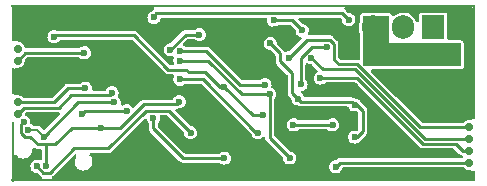
<source format=gbl>
G04 #@! TF.GenerationSoftware,KiCad,Pcbnew,(5.99.0-12439-g94954386e6)*
G04 #@! TF.CreationDate,2021-09-28T22:10:54+03:00*
G04 #@! TF.ProjectId,hellen1-wbo,68656c6c-656e-4312-9d77-626f2e6b6963,rev?*
G04 #@! TF.SameCoordinates,PX4a19ba0PY5aa5910*
G04 #@! TF.FileFunction,Copper,L2,Bot*
G04 #@! TF.FilePolarity,Positive*
%FSLAX46Y46*%
G04 Gerber Fmt 4.6, Leading zero omitted, Abs format (unit mm)*
G04 Created by KiCad (PCBNEW (5.99.0-12439-g94954386e6)) date 2021-09-28 22:10:54*
%MOMM*%
%LPD*%
G01*
G04 APERTURE LIST*
G04 #@! TA.AperFunction,ComponentPad*
%ADD10R,1.905000X2.000000*%
G04 #@! TD*
G04 #@! TA.AperFunction,ComponentPad*
%ADD11O,1.905000X2.000000*%
G04 #@! TD*
G04 #@! TA.AperFunction,ComponentPad*
%ADD12C,0.700000*%
G04 #@! TD*
G04 #@! TA.AperFunction,SMDPad,CuDef*
%ADD13R,0.250000X9.750000*%
G04 #@! TD*
G04 #@! TA.AperFunction,SMDPad,CuDef*
%ADD14R,0.250000X5.050000*%
G04 #@! TD*
G04 #@! TA.AperFunction,SMDPad,CuDef*
%ADD15R,0.250000X2.250000*%
G04 #@! TD*
G04 #@! TA.AperFunction,SMDPad,CuDef*
%ADD16R,39.250000X0.250000*%
G04 #@! TD*
G04 #@! TA.AperFunction,SMDPad,CuDef*
%ADD17R,0.250000X0.950000*%
G04 #@! TD*
G04 #@! TA.AperFunction,SMDPad,CuDef*
%ADD18R,0.250000X3.100000*%
G04 #@! TD*
G04 #@! TA.AperFunction,ViaPad*
%ADD19C,0.600000*%
G04 #@! TD*
G04 #@! TA.AperFunction,Conductor*
%ADD20C,0.250000*%
G04 #@! TD*
G04 #@! TA.AperFunction,Conductor*
%ADD21C,0.203200*%
G04 #@! TD*
G04 APERTURE END LIST*
D10*
G04 #@! TO.P,Q601,1,G*
G04 #@! TO.N,Net-(Q600-Pad1)*
X35740000Y13100000D03*
D11*
G04 #@! TO.P,Q601,2,D*
G04 #@! TO.N,/LSU_H+*
X33200000Y13100000D03*
G04 #@! TO.P,Q601,3,S*
G04 #@! TO.N,/LSU_H-*
X30660000Y13100000D03*
G04 #@! TD*
D12*
G04 #@! TO.P,M600,E1,LSU_Un*
G04 #@! TO.N,/LSU_Un*
X38800000Y1650000D03*
G04 #@! TO.P,M600,E2,LSU_Vm*
G04 #@! TO.N,/LSU_Vm*
X38800000Y2650000D03*
G04 #@! TO.P,M600,E3,LSU_Ip*
G04 #@! TO.N,/LSU_Ip*
X38800000Y3650000D03*
G04 #@! TO.P,M600,E4,LSU_Rtrim*
G04 #@! TO.N,/LSU_Rtrim*
X38800000Y4650000D03*
D13*
G04 #@! TO.P,M600,G,GND*
G04 #@! TO.N,GND*
X39175000Y10175000D03*
D14*
X175000Y2575000D03*
D15*
X175000Y8525000D03*
D16*
X19675000Y175000D03*
D17*
X39175000Y525000D03*
D18*
X175000Y13500000D03*
D16*
X19675000Y14925000D03*
D12*
G04 #@! TO.P,M600,W1,V5_IN*
G04 #@! TO.N,+5V*
X550000Y11300000D03*
G04 #@! TO.P,M600,W2,CAN_VIO*
G04 #@! TO.N,+3V3*
X550000Y10300000D03*
G04 #@! TO.P,M600,W3,CAN_RX*
G04 #@! TO.N,/CAN_RX*
X550000Y6750000D03*
G04 #@! TO.P,M600,W4,CAN_TX*
G04 #@! TO.N,/CAN_TX*
X550000Y5750000D03*
G04 #@! TD*
D19*
G04 #@! TO.N,GND*
X31600000Y9100000D03*
X37400000Y2400000D03*
X36200000Y2400000D03*
X29200000Y2500000D03*
G04 #@! TO.N,/LSU_Un*
X27500000Y1300000D03*
G04 #@! TO.N,GND*
X29100000Y14500000D03*
X24300000Y6150000D03*
X29100000Y8150000D03*
X7600000Y1950000D03*
X650000Y9400000D03*
X36200000Y800000D03*
X28600000Y10700000D03*
X35900000Y14564602D03*
X9200000Y8450000D03*
X18550000Y13250000D03*
X22450000Y12950000D03*
X15850000Y1300000D03*
X6950000Y14450000D03*
X17100000Y550000D03*
X700000Y700000D03*
X23300000Y550000D03*
X3650000Y10000000D03*
X11200000Y7400000D03*
X6800000Y600000D03*
X17050000Y6800000D03*
X38700000Y14500000D03*
X29200000Y700000D03*
X26250000Y1800000D03*
X500000Y12200000D03*
X29081600Y5743600D03*
X5050000Y900000D03*
X600000Y7650000D03*
X9400000Y14000000D03*
X10000000Y10200000D03*
X17250000Y11350000D03*
X15200000Y3350000D03*
X18400000Y2800000D03*
X3600000Y5700000D03*
X10150000Y600000D03*
X13650000Y7750000D03*
X11800000Y10000000D03*
X7750000Y13500000D03*
X13150000Y800000D03*
X38850000Y550000D03*
X4100000Y13450000D03*
X3574000Y7577000D03*
X450000Y14600000D03*
X1650000Y13350000D03*
G04 #@! TO.N,/LSU_Rtrim*
X23550000Y10550000D03*
G04 #@! TO.N,/LSU_Vm*
X14300000Y10300000D03*
X26186000Y8817000D03*
X21900000Y7450000D03*
X23600000Y2050000D03*
G04 #@! TO.N,/LSU_Ip*
X25400000Y10550000D03*
G04 #@! TO.N,+3V3*
X29107000Y6531000D03*
X21950000Y11750000D03*
X29107000Y3813200D03*
X24300000Y7050000D03*
X2200000Y1350000D03*
X15200000Y4200000D03*
X6200000Y10950000D03*
G04 #@! TO.N,/nRESET*
X14240000Y6810000D03*
X3000000Y1400000D03*
X1059400Y5114322D03*
X7650000Y4600000D03*
G04 #@! TO.N,/Vm*
X24550000Y8300000D03*
X14300000Y11100000D03*
X21500000Y8250000D03*
X26750000Y11450000D03*
G04 #@! TO.N,/Un_sense*
X20900000Y4200000D03*
X14298800Y8715400D03*
G04 #@! TO.N,/Ip_dac*
X13486000Y11204600D03*
X15950000Y12500000D03*
G04 #@! TO.N,/Nernst_esr_drive*
X18050000Y2036592D03*
X12050000Y5400000D03*
G04 #@! TO.N,/CAN_TX*
X8550096Y7561538D03*
G04 #@! TO.N,/CAN_RX*
X6300000Y7959900D03*
G04 #@! TO.N,/heater_pwm*
X28600000Y13750000D03*
X12100000Y13950000D03*
G04 #@! TO.N,/Boot0*
X9800000Y6050000D03*
X6050000Y5800000D03*
G04 #@! TO.N,Net-(R613-Pad1)*
X24650000Y12850000D03*
X22250000Y13700000D03*
G04 #@! TO.N,/SWDIO*
X8750000Y6750000D03*
X1434289Y4435017D03*
X2800000Y3850000D03*
G04 #@! TO.N,VDDA*
X3640000Y12310000D03*
X18058000Y8055000D03*
X23900000Y4850000D03*
X21300000Y5650000D03*
X27227400Y4854600D03*
G04 #@! TO.N,/LSU_H-*
X36600000Y11200000D03*
X36600000Y10200000D03*
X37600000Y10200000D03*
X37600000Y11200000D03*
G04 #@! TD*
D20*
G04 #@! TO.N,/LSU_Vm*
X29296638Y8817000D02*
X26186000Y8817000D01*
X37664620Y3235380D02*
X34878259Y3235380D01*
X34878259Y3235380D02*
X29296638Y8817000D01*
X38250000Y2650000D02*
X37664620Y3235380D01*
X38800000Y2650000D02*
X38250000Y2650000D01*
G04 #@! TO.N,/LSU_Un*
X27500000Y1300000D02*
X27850000Y1650000D01*
X27850000Y1650000D02*
X38800000Y1650000D01*
G04 #@! TO.N,/LSU_Rtrim*
X34636362Y4650000D02*
X29321741Y9964620D01*
X27339611Y11694226D02*
X26993726Y12040111D01*
X27339611Y10360389D02*
X27339611Y11694226D01*
X38800000Y4650000D02*
X34636362Y4650000D01*
X25040111Y12040111D02*
X23550000Y10550000D01*
X29321741Y9964620D02*
X27735380Y9964620D01*
X27735380Y9964620D02*
X27339611Y10360389D01*
X26993726Y12040111D02*
X25040111Y12040111D01*
G04 #@! TO.N,/LSU_Vm*
X21900000Y3750000D02*
X21900000Y7450000D01*
X19536365Y7450000D02*
X16686365Y10300000D01*
X16686365Y10300000D02*
X14300000Y10300000D01*
X21900000Y7450000D02*
X19536365Y7450000D01*
X23600000Y2050000D02*
X21900000Y3750000D01*
G04 #@! TO.N,/LSU_Ip*
X29150000Y9550000D02*
X26400000Y9550000D01*
X26400000Y9550000D02*
X25400000Y10550000D01*
X38800000Y3650000D02*
X35050000Y3650000D01*
X35050000Y3650000D02*
X29150000Y9550000D01*
G04 #@! TO.N,+3V3*
X23800000Y9225000D02*
X22800000Y10225000D01*
X29800000Y6050000D02*
X29800000Y4300000D01*
X2200000Y1350000D02*
X2739611Y810389D01*
X22800000Y10900000D02*
X21950000Y11750000D01*
X29319000Y6531000D02*
X29800000Y6050000D01*
X11450000Y6050000D02*
X13350000Y6050000D01*
X6200000Y10950000D02*
X1200000Y10950000D01*
X3283754Y810389D02*
X5323365Y2850000D01*
X22800000Y10225000D02*
X22800000Y10900000D01*
X23800000Y7562932D02*
X23800000Y9225000D01*
X13350000Y6050000D02*
X15200000Y4200000D01*
X24550000Y6800000D02*
X28838000Y6800000D01*
X2739611Y810389D02*
X3283754Y810389D01*
X5323365Y2850000D02*
X8250000Y2850000D01*
X28838000Y6800000D02*
X29107000Y6531000D01*
X24300000Y7062932D02*
X23800000Y7562932D01*
X8250000Y2850000D02*
X11450000Y6050000D01*
X24300000Y7050000D02*
X24550000Y6800000D01*
X24300000Y7050000D02*
X24300000Y7062932D01*
X1200000Y10950000D02*
X550000Y10300000D01*
X29313200Y3813200D02*
X29107000Y3813200D01*
X29800000Y4300000D02*
X29313200Y3813200D01*
X29107000Y6531000D02*
X29319000Y6531000D01*
G04 #@! TO.N,/nRESET*
X1620250Y3845406D02*
X2265656Y3200000D01*
X14020000Y6590000D02*
X11240000Y6590000D01*
X3750000Y3200000D02*
X5150000Y4600000D01*
X844678Y4152003D02*
X1151275Y3845406D01*
X1059400Y5114322D02*
X844678Y4899600D01*
X1151275Y3845406D02*
X1620250Y3845406D01*
X14240000Y6810000D02*
X14020000Y6590000D01*
X5150000Y4600000D02*
X7650000Y4600000D01*
X844678Y4899600D02*
X844678Y4152003D01*
X9250000Y4600000D02*
X7650000Y4600000D01*
X11240000Y6590000D02*
X9250000Y4600000D01*
X2265656Y3200000D02*
X3750000Y3200000D01*
X3000000Y1400000D02*
X3000000Y3200000D01*
G04 #@! TO.N,/Vm*
X24550000Y10550000D02*
X25450000Y11450000D01*
X24550000Y8300000D02*
X24550000Y10550000D01*
X16550000Y11100000D02*
X14300000Y11100000D01*
X19400000Y8250000D02*
X16550000Y11100000D01*
X25450000Y11450000D02*
X26750000Y11450000D01*
X21500000Y8250000D02*
X19400000Y8250000D01*
G04 #@! TO.N,/Un_sense*
X16259600Y8715400D02*
X20775000Y4200000D01*
X14298800Y8715400D02*
X16259600Y8715400D01*
X20775000Y4200000D02*
X20900000Y4200000D01*
G04 #@! TO.N,/Ip_dac*
X14781400Y12500000D02*
X15950000Y12500000D01*
X13486000Y11204600D02*
X14781400Y12500000D01*
G04 #@! TO.N,/Nernst_esr_drive*
X12050000Y4550000D02*
X14563408Y2036592D01*
X14563408Y2036592D02*
X18050000Y2036592D01*
X12050000Y5400000D02*
X12050000Y4550000D01*
G04 #@! TO.N,/CAN_TX*
X4050000Y6300000D02*
X1100000Y6300000D01*
X8550096Y7550096D02*
X8369789Y7369789D01*
X5119789Y7369789D02*
X4050000Y6300000D01*
X1100000Y6300000D02*
X550000Y5750000D01*
X8369789Y7369789D02*
X5119789Y7369789D01*
X8550096Y7561538D02*
X8550096Y7550096D01*
G04 #@! TO.N,/CAN_RX*
X6300000Y7959900D02*
X4830265Y7959900D01*
X3620365Y6750000D02*
X550000Y6750000D01*
X4830265Y7959900D02*
X3620365Y6750000D01*
G04 #@! TO.N,/heater_pwm*
X12290111Y14290111D02*
X12100000Y14100000D01*
X12100000Y14100000D02*
X12100000Y13950000D01*
X28059889Y14290111D02*
X12290111Y14290111D01*
X28600000Y13750000D02*
X28059889Y14290111D01*
G04 #@! TO.N,/Boot0*
X9800000Y6050000D02*
X6300000Y6050000D01*
X6300000Y6050000D02*
X6050000Y5800000D01*
G04 #@! TO.N,Net-(R613-Pad1)*
X23800000Y13700000D02*
X22250000Y13700000D01*
X24650000Y12850000D02*
X23800000Y13700000D01*
G04 #@! TO.N,/SWDIO*
X5700000Y6750000D02*
X2800000Y3850000D01*
X8750000Y6750000D02*
X5700000Y6750000D01*
D21*
X2214983Y4435017D02*
X2800000Y3850000D01*
X1434289Y4435017D02*
X2214983Y4435017D01*
D20*
G04 #@! TO.N,VDDA*
X14857600Y9528200D02*
X15035400Y9350400D01*
X13409800Y9528200D02*
X13528200Y9528200D01*
X3640000Y12310000D02*
X3770111Y12440111D01*
X10409889Y12440111D02*
X13321800Y9528200D01*
X20463000Y5650000D02*
X18058000Y8055000D01*
X16432400Y9350400D02*
X17727800Y8055000D01*
X17727800Y8055000D02*
X18058000Y8055000D01*
X3770111Y12440111D02*
X10409889Y12440111D01*
X23904600Y4854600D02*
X27227400Y4854600D01*
X13321800Y9528200D02*
X13528200Y9528200D01*
X23900000Y4850000D02*
X23904600Y4854600D01*
X13528200Y9528200D02*
X14857600Y9528200D01*
X21300000Y5650000D02*
X20463000Y5650000D01*
X15035400Y9350400D02*
X16432400Y9350400D01*
G04 #@! TD*
G04 #@! TA.AperFunction,Conductor*
G04 #@! TO.N,GND*
G36*
X2005145Y2921336D02*
G01*
X2015215Y2913639D01*
X2015922Y2913040D01*
X2019600Y2909362D01*
X2035348Y2898108D01*
X2040018Y2894602D01*
X2080303Y2862844D01*
X2088937Y2859812D01*
X2096390Y2854486D01*
X2145506Y2839797D01*
X2151148Y2837964D01*
X2191855Y2823669D01*
X2199507Y2820982D01*
X2205072Y2820500D01*
X2207780Y2820500D01*
X2210414Y2820386D01*
X2210512Y2820357D01*
X2210505Y2820193D01*
X2211209Y2820149D01*
X2217434Y2818287D01*
X2271291Y2820403D01*
X2276238Y2820500D01*
X2494500Y2820500D01*
X2562621Y2800498D01*
X2609114Y2746842D01*
X2620500Y2694500D01*
X2620500Y1964583D01*
X2600498Y1896462D01*
X2546842Y1849969D01*
X2476568Y1839865D01*
X2446282Y1848174D01*
X2352384Y1887068D01*
X2352381Y1887069D01*
X2344754Y1890228D01*
X2200000Y1909285D01*
X2176255Y1906159D01*
X2063432Y1891306D01*
X2063430Y1891305D01*
X2055246Y1890228D01*
X2007430Y1870422D01*
X1927986Y1837515D01*
X1927984Y1837514D01*
X1920358Y1834355D01*
X1804526Y1745474D01*
X1799503Y1738928D01*
X1784183Y1718962D01*
X1715645Y1629642D01*
X1712486Y1622016D01*
X1712485Y1622014D01*
X1696793Y1584130D01*
X1659772Y1494754D01*
X1640715Y1350000D01*
X1641793Y1341812D01*
X1653815Y1250498D01*
X1659772Y1205246D01*
X1715645Y1070358D01*
X1733684Y1046849D01*
X1784981Y979998D01*
X1804526Y954526D01*
X1811076Y949500D01*
X1811079Y949497D01*
X1913804Y870673D01*
X1920357Y865645D01*
X2055246Y809772D01*
X2183612Y792872D01*
X2248538Y764151D01*
X2256260Y757046D01*
X2433133Y580173D01*
X2448275Y561425D01*
X2449390Y560200D01*
X2455040Y551449D01*
X2463218Y545002D01*
X2463220Y545000D01*
X2481411Y530660D01*
X2485855Y526711D01*
X2485917Y526785D01*
X2489874Y523432D01*
X2493555Y519751D01*
X2509265Y508524D01*
X2514001Y504968D01*
X2547005Y478950D01*
X2588119Y421069D01*
X2591413Y350149D01*
X2555842Y288707D01*
X2492699Y256249D01*
X2469000Y254000D01*
X380000Y254000D01*
X311879Y274002D01*
X265386Y327658D01*
X254000Y380000D01*
X254000Y2193338D01*
X274002Y2261459D01*
X327658Y2307952D01*
X397932Y2318056D01*
X462512Y2288562D01*
X470633Y2280869D01*
X579036Y2168614D01*
X584928Y2164759D01*
X584932Y2164755D01*
X712719Y2081134D01*
X719793Y2076505D01*
X726397Y2074049D01*
X726399Y2074048D01*
X762366Y2060672D01*
X877459Y2017869D01*
X943509Y2009056D01*
X1037217Y1996552D01*
X1037221Y1996552D01*
X1044198Y1995621D01*
X1051209Y1996259D01*
X1051213Y1996259D01*
X1204701Y2010228D01*
X1211722Y2010867D01*
X1218424Y2013045D01*
X1218426Y2013045D01*
X1365005Y2060672D01*
X1371705Y2062849D01*
X1392800Y2075424D01*
X1510145Y2145375D01*
X1510147Y2145376D01*
X1516197Y2148983D01*
X1638014Y2264988D01*
X1731104Y2405100D01*
X1771615Y2511746D01*
X1788339Y2555770D01*
X1788340Y2555775D01*
X1790839Y2562353D01*
X1794104Y2585586D01*
X1813699Y2725009D01*
X1813699Y2725014D01*
X1814250Y2728932D01*
X1814544Y2750000D01*
X1808547Y2803462D01*
X1820831Y2873387D01*
X1868969Y2925571D01*
X1937679Y2943446D01*
X2005145Y2921336D01*
G37*
G04 #@! TD.AperFunction*
G04 #@! TA.AperFunction,Conductor*
G36*
X12085635Y14825998D02*
G01*
X12132128Y14772342D01*
X12142232Y14702068D01*
X12112738Y14637488D01*
X12081854Y14613901D01*
X12082681Y14612620D01*
X12076027Y14608324D01*
X12068880Y14604892D01*
X12064604Y14601298D01*
X12062664Y14599358D01*
X12060752Y14597604D01*
X12060663Y14597556D01*
X12060551Y14597679D01*
X12060015Y14597206D01*
X12054297Y14594121D01*
X12047230Y14586476D01*
X12017695Y14554525D01*
X12014265Y14550959D01*
X11970046Y14506740D01*
X11929170Y14479427D01*
X11820358Y14434355D01*
X11704526Y14345474D01*
X11699503Y14338928D01*
X11694875Y14332897D01*
X11615645Y14229642D01*
X11612486Y14222016D01*
X11612485Y14222014D01*
X11605995Y14206346D01*
X11559772Y14094754D01*
X11540715Y13950000D01*
X11541793Y13941812D01*
X11556692Y13828643D01*
X11559772Y13805246D01*
X11615645Y13670358D01*
X11704526Y13554526D01*
X11711076Y13549500D01*
X11711079Y13549497D01*
X11804274Y13477986D01*
X11820357Y13465645D01*
X11955246Y13409772D01*
X12100000Y13390715D01*
X12108188Y13391793D01*
X12236566Y13408694D01*
X12244754Y13409772D01*
X12379643Y13465645D01*
X12395726Y13477986D01*
X12488921Y13549497D01*
X12488924Y13549500D01*
X12495474Y13554526D01*
X12584355Y13670358D01*
X12596634Y13700000D01*
X12637068Y13797617D01*
X12637069Y13797620D01*
X12640228Y13805246D01*
X12641306Y13813433D01*
X12642321Y13817222D01*
X12679272Y13877845D01*
X12743133Y13908866D01*
X12764028Y13910611D01*
X21574767Y13910611D01*
X21642888Y13890609D01*
X21689381Y13836953D01*
X21699689Y13768165D01*
X21690715Y13700000D01*
X21691793Y13691812D01*
X21705360Y13588762D01*
X21709772Y13555246D01*
X21712931Y13547620D01*
X21747648Y13463807D01*
X21765645Y13420358D01*
X21788391Y13390715D01*
X21835496Y13329327D01*
X21854526Y13304526D01*
X21861076Y13299500D01*
X21861079Y13299497D01*
X21951261Y13230298D01*
X21970357Y13215645D01*
X22105246Y13159772D01*
X22250000Y13140715D01*
X22258188Y13141793D01*
X22386566Y13158694D01*
X22394754Y13159772D01*
X22529643Y13215645D01*
X22632360Y13294463D01*
X22698578Y13320063D01*
X22709062Y13320500D01*
X23590616Y13320500D01*
X23658737Y13300498D01*
X23679711Y13283595D01*
X24057046Y12906260D01*
X24091072Y12843948D01*
X24092871Y12833620D01*
X24099591Y12782577D01*
X24107851Y12719840D01*
X24109772Y12705246D01*
X24112931Y12697620D01*
X24160123Y12583690D01*
X24165645Y12570358D01*
X24254526Y12454526D01*
X24261076Y12449500D01*
X24261079Y12449497D01*
X24363615Y12370818D01*
X24370357Y12365645D01*
X24505246Y12309772D01*
X24508518Y12309341D01*
X24567179Y12273586D01*
X24598201Y12209726D01*
X24589773Y12139231D01*
X24563041Y12099735D01*
X23606260Y11142954D01*
X23543948Y11108928D01*
X23533620Y11107129D01*
X23467554Y11098431D01*
X23413432Y11091306D01*
X23413430Y11091305D01*
X23405246Y11090228D01*
X23397617Y11087068D01*
X23285566Y11040655D01*
X23214977Y11033066D01*
X23151490Y11064845D01*
X23123765Y11102522D01*
X23118213Y11114084D01*
X23114781Y11121231D01*
X23111187Y11125507D01*
X23109247Y11127447D01*
X23107493Y11129359D01*
X23107445Y11129448D01*
X23107568Y11129560D01*
X23107095Y11130096D01*
X23104010Y11135814D01*
X23064413Y11172417D01*
X23060848Y11175846D01*
X22542954Y11693740D01*
X22508928Y11756052D01*
X22507127Y11766389D01*
X22506638Y11770108D01*
X22493936Y11866592D01*
X22491306Y11886568D01*
X22491305Y11886570D01*
X22490228Y11894754D01*
X22463296Y11959772D01*
X22437515Y12022014D01*
X22437514Y12022016D01*
X22434355Y12029642D01*
X22379985Y12100498D01*
X22350501Y12138923D01*
X22350500Y12138924D01*
X22345474Y12145474D01*
X22338924Y12150500D01*
X22338921Y12150503D01*
X22236196Y12229327D01*
X22236194Y12229328D01*
X22229643Y12234355D01*
X22094754Y12290228D01*
X21950000Y12309285D01*
X21941812Y12308207D01*
X21813432Y12291306D01*
X21813430Y12291305D01*
X21805246Y12290228D01*
X21765069Y12273586D01*
X21677986Y12237515D01*
X21677984Y12237514D01*
X21670358Y12234355D01*
X21554526Y12145474D01*
X21465645Y12029642D01*
X21462486Y12022016D01*
X21462485Y12022014D01*
X21436704Y11959772D01*
X21409772Y11894754D01*
X21408695Y11886570D01*
X21408694Y11886568D01*
X21396143Y11791229D01*
X21390715Y11750000D01*
X21392537Y11736160D01*
X21396843Y11703456D01*
X21409772Y11605246D01*
X21422788Y11573823D01*
X21461888Y11479429D01*
X21465645Y11470358D01*
X21490846Y11437515D01*
X21546191Y11365389D01*
X21554526Y11354526D01*
X21561076Y11349500D01*
X21561079Y11349497D01*
X21663804Y11270673D01*
X21670357Y11265645D01*
X21805246Y11209772D01*
X21933612Y11192872D01*
X21998538Y11164151D01*
X22006260Y11157046D01*
X22383595Y10779711D01*
X22417621Y10717399D01*
X22420500Y10690616D01*
X22420500Y10278920D01*
X22417951Y10254972D01*
X22417872Y10253307D01*
X22415680Y10243124D01*
X22416904Y10232783D01*
X22419627Y10209777D01*
X22419977Y10203846D01*
X22420072Y10203854D01*
X22420500Y10198676D01*
X22420500Y10193476D01*
X22421354Y10188347D01*
X22421354Y10188344D01*
X22423669Y10174435D01*
X22424506Y10168557D01*
X22427986Y10139157D01*
X22430530Y10117659D01*
X22434493Y10109407D01*
X22435996Y10100374D01*
X22440943Y10091205D01*
X22440944Y10091203D01*
X22460334Y10055268D01*
X22463031Y10049975D01*
X22481785Y10010918D01*
X22481788Y10010914D01*
X22485219Y10003768D01*
X22488814Y9999492D01*
X22490737Y9997569D01*
X22492509Y9995637D01*
X22492552Y9995558D01*
X22492428Y9995445D01*
X22492904Y9994905D01*
X22495990Y9989186D01*
X22503635Y9982119D01*
X22535586Y9952584D01*
X22539152Y9949154D01*
X23383595Y9104711D01*
X23417621Y9042399D01*
X23420500Y9015616D01*
X23420500Y7616852D01*
X23417951Y7592904D01*
X23417872Y7591239D01*
X23415680Y7581056D01*
X23416904Y7570715D01*
X23419627Y7547709D01*
X23419977Y7541778D01*
X23420072Y7541786D01*
X23420500Y7536608D01*
X23420500Y7531408D01*
X23421354Y7526279D01*
X23421354Y7526276D01*
X23423669Y7512367D01*
X23424506Y7506489D01*
X23430530Y7455591D01*
X23434493Y7447339D01*
X23435996Y7438306D01*
X23440943Y7429137D01*
X23440944Y7429135D01*
X23460334Y7393200D01*
X23463031Y7387907D01*
X23481785Y7348850D01*
X23481788Y7348846D01*
X23485219Y7341700D01*
X23488814Y7337424D01*
X23490737Y7335501D01*
X23492509Y7333569D01*
X23492552Y7333490D01*
X23492428Y7333377D01*
X23492904Y7332837D01*
X23495990Y7327118D01*
X23503635Y7320051D01*
X23535586Y7290516D01*
X23539152Y7287086D01*
X23705085Y7121153D01*
X23739111Y7058841D01*
X23740912Y7048504D01*
X23757840Y6919923D01*
X23759772Y6905246D01*
X23762931Y6897620D01*
X23810838Y6781964D01*
X23815645Y6770358D01*
X23904526Y6654526D01*
X23911076Y6649500D01*
X23911079Y6649497D01*
X23992438Y6587068D01*
X24020357Y6565645D01*
X24155246Y6509772D01*
X24163434Y6508694D01*
X24300000Y6490715D01*
X24299550Y6487296D01*
X24346849Y6473407D01*
X24347344Y6474308D01*
X24351427Y6472063D01*
X24352354Y6471791D01*
X24353808Y6470754D01*
X24356468Y6469292D01*
X24364647Y6462844D01*
X24373284Y6459811D01*
X24380734Y6454487D01*
X24390710Y6451503D01*
X24390711Y6451503D01*
X24394055Y6450503D01*
X24429849Y6439798D01*
X24435486Y6437966D01*
X24476367Y6423610D01*
X24483851Y6420982D01*
X24489416Y6420500D01*
X24492124Y6420500D01*
X24494758Y6420386D01*
X24494856Y6420357D01*
X24494849Y6420193D01*
X24495553Y6420149D01*
X24501778Y6418287D01*
X24555635Y6420403D01*
X24560582Y6420500D01*
X28468393Y6420500D01*
X28536514Y6400498D01*
X28584802Y6342718D01*
X28615018Y6269772D01*
X28622645Y6251358D01*
X28654325Y6210072D01*
X28693627Y6158853D01*
X28711526Y6135526D01*
X28718076Y6130500D01*
X28718079Y6130497D01*
X28820804Y6051673D01*
X28827357Y6046645D01*
X28962246Y5990772D01*
X28970434Y5989694D01*
X28987753Y5987414D01*
X29107000Y5971715D01*
X29115188Y5972793D01*
X29216092Y5986077D01*
X29251754Y5990772D01*
X29252196Y5987414D01*
X29307452Y5986077D01*
X29358136Y5955170D01*
X29383595Y5929711D01*
X29417621Y5867399D01*
X29420500Y5840616D01*
X29420500Y4509384D01*
X29400498Y4441263D01*
X29383595Y4420289D01*
X29353112Y4389806D01*
X29290800Y4355780D01*
X29247571Y4353979D01*
X29124015Y4370245D01*
X29107000Y4372485D01*
X29089985Y4370245D01*
X28970432Y4354506D01*
X28970430Y4354505D01*
X28962246Y4353428D01*
X28921543Y4336568D01*
X28834986Y4300715D01*
X28834984Y4300714D01*
X28827358Y4297555D01*
X28799164Y4275921D01*
X28723911Y4218177D01*
X28711526Y4208674D01*
X28622645Y4092842D01*
X28619486Y4085216D01*
X28619485Y4085214D01*
X28590579Y4015429D01*
X28566772Y3957954D01*
X28565695Y3949770D01*
X28565694Y3949768D01*
X28561016Y3914235D01*
X28547715Y3813200D01*
X28548793Y3805012D01*
X28563078Y3696507D01*
X28566772Y3668446D01*
X28577812Y3641793D01*
X28619484Y3541190D01*
X28622645Y3533558D01*
X28644391Y3505218D01*
X28702844Y3429041D01*
X28711526Y3417726D01*
X28718076Y3412700D01*
X28718079Y3412697D01*
X28815367Y3338045D01*
X28827357Y3328845D01*
X28962246Y3272972D01*
X29107000Y3253915D01*
X29115188Y3254993D01*
X29243566Y3271894D01*
X29251754Y3272972D01*
X29386643Y3328845D01*
X29398633Y3338045D01*
X29495921Y3412697D01*
X29495924Y3412700D01*
X29502474Y3417726D01*
X29511157Y3429041D01*
X29569609Y3505218D01*
X29591355Y3533558D01*
X29594514Y3541186D01*
X29594517Y3541190D01*
X29596688Y3546432D01*
X29624001Y3587307D01*
X30030216Y3993522D01*
X30048964Y4008664D01*
X30050189Y4009779D01*
X30058940Y4015429D01*
X30065387Y4023607D01*
X30065389Y4023609D01*
X30079729Y4041800D01*
X30083678Y4046244D01*
X30083604Y4046306D01*
X30086957Y4050263D01*
X30090638Y4053944D01*
X30101865Y4069654D01*
X30105421Y4074391D01*
X30107138Y4076568D01*
X30137156Y4114647D01*
X30140189Y4123284D01*
X30145513Y4130734D01*
X30150331Y4146842D01*
X30154998Y4162448D01*
X30160202Y4179849D01*
X30162034Y4185486D01*
X30176390Y4226367D01*
X30176390Y4226368D01*
X30179018Y4233851D01*
X30179500Y4239416D01*
X30179500Y4242124D01*
X30179614Y4244758D01*
X30179643Y4244856D01*
X30179807Y4244849D01*
X30179851Y4245553D01*
X30181713Y4251778D01*
X30179597Y4305635D01*
X30179500Y4310582D01*
X30179500Y5996075D01*
X30182050Y6020033D01*
X30182128Y6021692D01*
X30184321Y6031876D01*
X30183097Y6042218D01*
X30183097Y6042221D01*
X30180374Y6065221D01*
X30180024Y6071152D01*
X30179928Y6071144D01*
X30179500Y6076320D01*
X30179500Y6081524D01*
X30176327Y6100588D01*
X30175496Y6106434D01*
X30172786Y6129328D01*
X30169470Y6157341D01*
X30165507Y6165593D01*
X30164004Y6174626D01*
X30142938Y6213669D01*
X30139666Y6219732D01*
X30136969Y6225025D01*
X30118215Y6264081D01*
X30118214Y6264082D01*
X30114781Y6271232D01*
X30111187Y6275507D01*
X30109262Y6277432D01*
X30107491Y6279362D01*
X30107445Y6279447D01*
X30107568Y6279559D01*
X30107096Y6280094D01*
X30104010Y6285814D01*
X30064413Y6322417D01*
X30060848Y6325846D01*
X29625478Y6761216D01*
X29608721Y6781964D01*
X29604161Y6789026D01*
X29603571Y6789940D01*
X29603388Y6790084D01*
X29596669Y6799282D01*
X29594516Y6803011D01*
X29591355Y6810642D01*
X29533095Y6886568D01*
X29507501Y6919923D01*
X29507500Y6919924D01*
X29502474Y6926474D01*
X29495924Y6931500D01*
X29495921Y6931503D01*
X29393196Y7010327D01*
X29393194Y7010328D01*
X29386643Y7015355D01*
X29251754Y7071228D01*
X29112309Y7089586D01*
X29050752Y7115557D01*
X29023353Y7137156D01*
X29014719Y7140188D01*
X29007266Y7145514D01*
X28958150Y7160203D01*
X28952508Y7162036D01*
X28911633Y7176390D01*
X28911632Y7176390D01*
X28904149Y7179018D01*
X28898584Y7179500D01*
X28895876Y7179500D01*
X28893242Y7179614D01*
X28893144Y7179643D01*
X28893151Y7179807D01*
X28892447Y7179851D01*
X28886222Y7181713D01*
X28832365Y7179597D01*
X28827418Y7179500D01*
X24930737Y7179500D01*
X24862616Y7199502D01*
X24814328Y7257282D01*
X24787516Y7322011D01*
X24787516Y7322012D01*
X24784355Y7329642D01*
X24717489Y7416784D01*
X24700501Y7438923D01*
X24700500Y7438924D01*
X24695474Y7445474D01*
X24688924Y7450500D01*
X24688921Y7450503D01*
X24587083Y7528646D01*
X24545216Y7585984D01*
X24540994Y7656855D01*
X24575758Y7718758D01*
X24638471Y7752039D01*
X24647341Y7753530D01*
X24686566Y7758694D01*
X24694754Y7759772D01*
X24829643Y7815645D01*
X24836196Y7820673D01*
X24938921Y7899497D01*
X24938924Y7899500D01*
X24945474Y7904526D01*
X24964505Y7929327D01*
X25029328Y8013807D01*
X25034355Y8020358D01*
X25042850Y8040865D01*
X25087069Y8147620D01*
X25090228Y8155246D01*
X25092710Y8174094D01*
X25108207Y8291812D01*
X25109285Y8300000D01*
X25093948Y8416497D01*
X25091306Y8436568D01*
X25091305Y8436570D01*
X25090228Y8444754D01*
X25054583Y8530807D01*
X25037515Y8572014D01*
X25037514Y8572016D01*
X25034355Y8579642D01*
X24980750Y8649502D01*
X24955537Y8682360D01*
X24929937Y8748581D01*
X24929500Y8759064D01*
X24929500Y9958843D01*
X24949502Y10026964D01*
X25003158Y10073457D01*
X25073432Y10083561D01*
X25116383Y10068694D01*
X25120357Y10065645D01*
X25127984Y10062486D01*
X25127987Y10062484D01*
X25229689Y10020358D01*
X25255246Y10009772D01*
X25383612Y9992872D01*
X25448538Y9964151D01*
X25456260Y9957046D01*
X25921376Y9491930D01*
X25955402Y9429618D01*
X25950337Y9358803D01*
X25907790Y9301967D01*
X25907713Y9301916D01*
X25906358Y9301355D01*
X25790526Y9212474D01*
X25701645Y9096642D01*
X25698486Y9089016D01*
X25698485Y9089014D01*
X25668083Y9015616D01*
X25645772Y8961754D01*
X25626715Y8817000D01*
X25627793Y8808812D01*
X25641169Y8707212D01*
X25645772Y8672246D01*
X25659575Y8638923D01*
X25687857Y8570646D01*
X25701645Y8537358D01*
X25730213Y8500128D01*
X25776944Y8439227D01*
X25790526Y8421526D01*
X25797076Y8416500D01*
X25797079Y8416497D01*
X25899804Y8337673D01*
X25906357Y8332645D01*
X26041246Y8276772D01*
X26186000Y8257715D01*
X26194188Y8258793D01*
X26322566Y8275694D01*
X26330754Y8276772D01*
X26465643Y8332645D01*
X26568360Y8411463D01*
X26634578Y8437063D01*
X26645062Y8437500D01*
X29087254Y8437500D01*
X29155375Y8417498D01*
X29176349Y8400595D01*
X34571781Y3005164D01*
X34586923Y2986416D01*
X34588038Y2985191D01*
X34593688Y2976440D01*
X34601866Y2969993D01*
X34601868Y2969991D01*
X34620059Y2955651D01*
X34624503Y2951702D01*
X34624565Y2951776D01*
X34628522Y2948423D01*
X34632203Y2944742D01*
X34647913Y2933515D01*
X34652639Y2929967D01*
X34692906Y2898224D01*
X34701543Y2895191D01*
X34708993Y2889867D01*
X34718969Y2886883D01*
X34718970Y2886883D01*
X34724534Y2885219D01*
X34758108Y2875178D01*
X34763745Y2873346D01*
X34804626Y2858990D01*
X34812110Y2856362D01*
X34817675Y2855880D01*
X34820383Y2855880D01*
X34823017Y2855766D01*
X34823115Y2855737D01*
X34823108Y2855573D01*
X34823812Y2855529D01*
X34830037Y2853667D01*
X34883894Y2855783D01*
X34888841Y2855880D01*
X37455236Y2855880D01*
X37523357Y2835878D01*
X37544331Y2818975D01*
X37943522Y2419784D01*
X37958664Y2401036D01*
X37959779Y2399811D01*
X37965429Y2391060D01*
X37973607Y2384613D01*
X37973609Y2384611D01*
X37991800Y2370271D01*
X37996244Y2366322D01*
X37996306Y2366396D01*
X38000263Y2363043D01*
X38003944Y2359362D01*
X38019654Y2348135D01*
X38024380Y2344587D01*
X38064647Y2312844D01*
X38073284Y2309811D01*
X38080734Y2304487D01*
X38090710Y2301503D01*
X38090711Y2301503D01*
X38106046Y2296917D01*
X38129849Y2289798D01*
X38135486Y2287966D01*
X38174167Y2274382D01*
X38231812Y2232939D01*
X38257900Y2166909D01*
X38244149Y2097257D01*
X38194923Y2046097D01*
X38132418Y2029500D01*
X27903920Y2029500D01*
X27879972Y2032049D01*
X27878307Y2032128D01*
X27868124Y2034320D01*
X27857783Y2033096D01*
X27834777Y2030373D01*
X27828846Y2030023D01*
X27828854Y2029928D01*
X27823676Y2029500D01*
X27818476Y2029500D01*
X27813347Y2028646D01*
X27813344Y2028646D01*
X27799435Y2026331D01*
X27793557Y2025494D01*
X27752999Y2020694D01*
X27752998Y2020694D01*
X27742659Y2019470D01*
X27734407Y2015507D01*
X27725374Y2014004D01*
X27716205Y2009057D01*
X27716203Y2009056D01*
X27680268Y1989666D01*
X27674976Y1986969D01*
X27628768Y1964781D01*
X27624493Y1961187D01*
X27622568Y1959262D01*
X27620638Y1957491D01*
X27620553Y1957445D01*
X27620441Y1957568D01*
X27619906Y1957096D01*
X27614186Y1954010D01*
X27607119Y1946365D01*
X27577584Y1914414D01*
X27574154Y1910848D01*
X27556260Y1892954D01*
X27493948Y1858928D01*
X27483620Y1857129D01*
X27417554Y1848431D01*
X27363432Y1841306D01*
X27363430Y1841305D01*
X27355246Y1840228D01*
X27307430Y1820422D01*
X27227986Y1787515D01*
X27227984Y1787514D01*
X27220358Y1784355D01*
X27104526Y1695474D01*
X27015645Y1579642D01*
X27012486Y1572016D01*
X27012485Y1572014D01*
X26986704Y1509772D01*
X26959772Y1444754D01*
X26958695Y1436570D01*
X26958694Y1436568D01*
X26946220Y1341812D01*
X26940715Y1300000D01*
X26959772Y1155246D01*
X26968994Y1132983D01*
X27005574Y1044672D01*
X27015645Y1020358D01*
X27020672Y1013807D01*
X27070019Y949497D01*
X27104526Y904526D01*
X27111076Y899500D01*
X27111079Y899497D01*
X27155196Y865645D01*
X27220357Y815645D01*
X27355246Y759772D01*
X27500000Y740715D01*
X27508188Y741793D01*
X27636566Y758694D01*
X27644754Y759772D01*
X27779643Y815645D01*
X27844804Y865645D01*
X27888921Y899497D01*
X27888924Y899500D01*
X27895474Y904526D01*
X27929982Y949497D01*
X27979328Y1013807D01*
X27984355Y1020358D01*
X27994427Y1044672D01*
X28031006Y1132983D01*
X28040228Y1155246D01*
X28041306Y1163432D01*
X28043443Y1171409D01*
X28045379Y1170890D01*
X28069695Y1225867D01*
X28128957Y1264962D01*
X28165900Y1270500D01*
X38267109Y1270500D01*
X38335230Y1250498D01*
X38357110Y1230370D01*
X38357998Y1231258D01*
X38363840Y1225416D01*
X38368866Y1218866D01*
X38375416Y1213840D01*
X38375419Y1213837D01*
X38488589Y1126998D01*
X38495142Y1121970D01*
X38502772Y1118810D01*
X38502773Y1118809D01*
X38634566Y1064219D01*
X38634570Y1064218D01*
X38642194Y1061060D01*
X38716882Y1051227D01*
X38782947Y1021529D01*
X38800000Y1006753D01*
X38800000Y1000000D01*
X38970000Y1000000D01*
X39038121Y979998D01*
X39084614Y926342D01*
X39096000Y874000D01*
X39096000Y380000D01*
X39075998Y311879D01*
X39022342Y265386D01*
X38970000Y254000D01*
X3555312Y254000D01*
X3487191Y274002D01*
X3440698Y327658D01*
X3430594Y397932D01*
X3460088Y462512D01*
X3491875Y486789D01*
X3491175Y487873D01*
X3497838Y492176D01*
X3504986Y495608D01*
X3509262Y499203D01*
X3511185Y501126D01*
X3513117Y502898D01*
X3513196Y502941D01*
X3513309Y502817D01*
X3513849Y503293D01*
X3519568Y506379D01*
X3556171Y545976D01*
X3559600Y549541D01*
X5327567Y2317508D01*
X5389879Y2351534D01*
X5460694Y2346469D01*
X5517530Y2303922D01*
X5542341Y2237402D01*
X5527250Y2168028D01*
X5522574Y2160159D01*
X5464146Y2069497D01*
X5461735Y2062874D01*
X5461734Y2062871D01*
X5409023Y1918048D01*
X5409022Y1918043D01*
X5406613Y1911425D01*
X5385530Y1744535D01*
X5401945Y1577121D01*
X5455042Y1417505D01*
X5458691Y1411480D01*
X5500884Y1341812D01*
X5542183Y1273619D01*
X5547074Y1268554D01*
X5547075Y1268553D01*
X5595057Y1218866D01*
X5659036Y1152614D01*
X5664928Y1148759D01*
X5664932Y1148755D01*
X5773079Y1077986D01*
X5799793Y1060505D01*
X5806397Y1058049D01*
X5806399Y1058048D01*
X5842366Y1044672D01*
X5957459Y1001869D01*
X6035136Y991505D01*
X6117217Y980552D01*
X6117221Y980552D01*
X6124198Y979621D01*
X6131209Y980259D01*
X6131213Y980259D01*
X6284701Y994228D01*
X6291722Y994867D01*
X6298424Y997045D01*
X6298426Y997045D01*
X6445005Y1044672D01*
X6451705Y1046849D01*
X6473738Y1059983D01*
X6590145Y1129375D01*
X6590147Y1129376D01*
X6596197Y1132983D01*
X6718014Y1248988D01*
X6811104Y1389100D01*
X6850114Y1491793D01*
X6868339Y1539770D01*
X6868340Y1539775D01*
X6870839Y1546353D01*
X6874257Y1570673D01*
X6893699Y1709009D01*
X6893699Y1709014D01*
X6894250Y1712932D01*
X6894544Y1734000D01*
X6875793Y1901168D01*
X6872967Y1909285D01*
X6834297Y2020327D01*
X6820472Y2060028D01*
X6816456Y2066456D01*
X6735064Y2196709D01*
X6731331Y2202683D01*
X6678667Y2255716D01*
X6644860Y2318147D01*
X6650172Y2388944D01*
X6692917Y2445631D01*
X6759523Y2470210D01*
X6768073Y2470500D01*
X8196080Y2470500D01*
X8220028Y2467951D01*
X8221693Y2467872D01*
X8231876Y2465680D01*
X8242217Y2466904D01*
X8265223Y2469627D01*
X8271154Y2469977D01*
X8271146Y2470072D01*
X8276324Y2470500D01*
X8281524Y2470500D01*
X8286653Y2471354D01*
X8286656Y2471354D01*
X8300565Y2473669D01*
X8306443Y2474506D01*
X8347001Y2479306D01*
X8347002Y2479306D01*
X8357341Y2480530D01*
X8365593Y2484493D01*
X8374626Y2485996D01*
X8383795Y2490943D01*
X8383797Y2490944D01*
X8419732Y2510334D01*
X8425025Y2513031D01*
X8464082Y2531785D01*
X8464086Y2531788D01*
X8471232Y2535219D01*
X8475508Y2538814D01*
X8477431Y2540737D01*
X8479363Y2542509D01*
X8479442Y2542552D01*
X8479555Y2542428D01*
X8480095Y2542904D01*
X8485814Y2545990D01*
X8522417Y2585587D01*
X8525846Y2589152D01*
X11292129Y5355435D01*
X11354441Y5389461D01*
X11425256Y5384396D01*
X11482092Y5341849D01*
X11506146Y5282788D01*
X11509772Y5255246D01*
X11565645Y5120358D01*
X11570672Y5113807D01*
X11644463Y5017640D01*
X11670063Y4951419D01*
X11670500Y4940936D01*
X11670500Y4603920D01*
X11667951Y4579972D01*
X11667872Y4578307D01*
X11665680Y4568124D01*
X11666904Y4557783D01*
X11669627Y4534777D01*
X11669977Y4528846D01*
X11670072Y4528854D01*
X11670500Y4523676D01*
X11670500Y4518476D01*
X11671354Y4513347D01*
X11671354Y4513344D01*
X11673669Y4499435D01*
X11674506Y4493557D01*
X11679126Y4454526D01*
X11680530Y4442659D01*
X11684493Y4434407D01*
X11685996Y4425374D01*
X11690943Y4416205D01*
X11690944Y4416203D01*
X11710334Y4380268D01*
X11713031Y4374975D01*
X11731785Y4335918D01*
X11731788Y4335914D01*
X11735219Y4328768D01*
X11738814Y4324492D01*
X11740737Y4322569D01*
X11742509Y4320637D01*
X11742552Y4320558D01*
X11742428Y4320445D01*
X11742904Y4319905D01*
X11745990Y4314186D01*
X11753635Y4307119D01*
X11785586Y4277584D01*
X11789152Y4274154D01*
X14256930Y1806376D01*
X14272072Y1787628D01*
X14273187Y1786403D01*
X14278837Y1777652D01*
X14287015Y1771205D01*
X14287017Y1771203D01*
X14305208Y1756863D01*
X14309649Y1752917D01*
X14309711Y1752990D01*
X14313675Y1749631D01*
X14317352Y1745954D01*
X14333100Y1734700D01*
X14337770Y1731194D01*
X14378055Y1699436D01*
X14386689Y1696404D01*
X14394142Y1691078D01*
X14443258Y1676389D01*
X14448900Y1674556D01*
X14489775Y1660202D01*
X14497259Y1657574D01*
X14502824Y1657092D01*
X14505532Y1657092D01*
X14508166Y1656978D01*
X14508264Y1656949D01*
X14508257Y1656785D01*
X14508961Y1656741D01*
X14515186Y1654879D01*
X14569043Y1656995D01*
X14573990Y1657092D01*
X17590938Y1657092D01*
X17659059Y1637090D01*
X17667626Y1631066D01*
X17770357Y1552237D01*
X17905246Y1496364D01*
X17913434Y1495286D01*
X17948155Y1490715D01*
X18050000Y1477307D01*
X18058188Y1478385D01*
X18186566Y1495286D01*
X18194754Y1496364D01*
X18329643Y1552237D01*
X18336196Y1557265D01*
X18438921Y1636089D01*
X18438924Y1636092D01*
X18445474Y1641118D01*
X18451904Y1649497D01*
X18519447Y1737522D01*
X18534355Y1756950D01*
X18543069Y1777986D01*
X18587069Y1884212D01*
X18590228Y1891838D01*
X18591457Y1901168D01*
X18608207Y2028404D01*
X18609285Y2036592D01*
X18593849Y2153841D01*
X18591306Y2173160D01*
X18591305Y2173162D01*
X18590228Y2181346D01*
X18555582Y2264988D01*
X18537515Y2308606D01*
X18537514Y2308608D01*
X18534355Y2316234D01*
X18489915Y2374150D01*
X18450501Y2425515D01*
X18450500Y2425516D01*
X18445474Y2432066D01*
X18438924Y2437092D01*
X18438921Y2437095D01*
X18336196Y2515919D01*
X18336194Y2515920D01*
X18329643Y2520947D01*
X18194754Y2576820D01*
X18050000Y2595877D01*
X18041812Y2594799D01*
X17913432Y2577898D01*
X17913430Y2577897D01*
X17905246Y2576820D01*
X17887152Y2569325D01*
X17777986Y2524107D01*
X17777984Y2524106D01*
X17770358Y2520947D01*
X17760042Y2513031D01*
X17667640Y2442129D01*
X17601419Y2416529D01*
X17590936Y2416092D01*
X14772792Y2416092D01*
X14704671Y2436094D01*
X14683697Y2452997D01*
X12466405Y4670289D01*
X12432379Y4732601D01*
X12429500Y4759384D01*
X12429500Y4940936D01*
X12449502Y5009057D01*
X12455537Y5017640D01*
X12529328Y5113807D01*
X12534355Y5120358D01*
X12590228Y5255246D01*
X12596711Y5304486D01*
X12607583Y5387069D01*
X12609285Y5400000D01*
X12595693Y5503245D01*
X12592427Y5528054D01*
X12603367Y5598203D01*
X12650495Y5651301D01*
X12717349Y5670500D01*
X13140616Y5670500D01*
X13208737Y5650498D01*
X13229711Y5633595D01*
X14607046Y4256260D01*
X14641072Y4193948D01*
X14642871Y4183620D01*
X14649718Y4131616D01*
X14657252Y4074391D01*
X14659772Y4055246D01*
X14671316Y4027377D01*
X14711332Y3930771D01*
X14715645Y3920358D01*
X14804526Y3804526D01*
X14811076Y3799500D01*
X14811079Y3799497D01*
X14913804Y3720673D01*
X14920357Y3715645D01*
X15055246Y3659772D01*
X15200000Y3640715D01*
X15208188Y3641793D01*
X15336566Y3658694D01*
X15344754Y3659772D01*
X15479643Y3715645D01*
X15486196Y3720673D01*
X15588921Y3799497D01*
X15588924Y3799500D01*
X15595474Y3804526D01*
X15684355Y3920358D01*
X15688669Y3930771D01*
X15728684Y4027377D01*
X15740228Y4055246D01*
X15742749Y4074391D01*
X15758207Y4191812D01*
X15759285Y4200000D01*
X15755814Y4226367D01*
X15741306Y4336568D01*
X15741305Y4336570D01*
X15740228Y4344754D01*
X15701907Y4437269D01*
X15687515Y4472014D01*
X15687514Y4472016D01*
X15684355Y4479642D01*
X15619773Y4563807D01*
X15600501Y4588923D01*
X15600500Y4588924D01*
X15595474Y4595474D01*
X15588924Y4600500D01*
X15588921Y4600503D01*
X15486196Y4679327D01*
X15486194Y4679328D01*
X15479643Y4684355D01*
X15344754Y4740228D01*
X15216388Y4757128D01*
X15151462Y4785849D01*
X15143740Y4792954D01*
X13943369Y5993325D01*
X13909343Y6055637D01*
X13914408Y6126452D01*
X13956955Y6183288D01*
X14017650Y6207546D01*
X14035219Y6209626D01*
X14041154Y6209976D01*
X14041146Y6210072D01*
X14046324Y6210500D01*
X14051524Y6210500D01*
X14056653Y6211354D01*
X14056656Y6211354D01*
X14070565Y6213669D01*
X14076443Y6214506D01*
X14117001Y6219306D01*
X14117002Y6219306D01*
X14127341Y6220530D01*
X14135593Y6224493D01*
X14144626Y6225996D01*
X14153796Y6230944D01*
X14153799Y6230945D01*
X14164430Y6236681D01*
X14224261Y6251793D01*
X14231811Y6251793D01*
X14240000Y6250715D01*
X14248188Y6251793D01*
X14279081Y6255860D01*
X14384754Y6269772D01*
X14398600Y6275507D01*
X14488002Y6312539D01*
X14519643Y6325645D01*
X14538648Y6340228D01*
X14628921Y6409497D01*
X14628924Y6409500D01*
X14635474Y6414526D01*
X14642445Y6423610D01*
X14703979Y6503804D01*
X14724355Y6530358D01*
X14733902Y6553405D01*
X14773704Y6649497D01*
X14780228Y6665246D01*
X14799285Y6810000D01*
X14793307Y6855405D01*
X14781306Y6946568D01*
X14781305Y6946570D01*
X14780228Y6954754D01*
X14741395Y7048504D01*
X14727515Y7082014D01*
X14727514Y7082016D01*
X14724355Y7089642D01*
X14665453Y7166405D01*
X14640501Y7198923D01*
X14640500Y7198924D01*
X14635474Y7205474D01*
X14628924Y7210500D01*
X14628921Y7210503D01*
X14526196Y7289327D01*
X14526194Y7289328D01*
X14519643Y7294355D01*
X14384754Y7350228D01*
X14240000Y7369285D01*
X14231812Y7368207D01*
X14103432Y7351306D01*
X14103430Y7351305D01*
X14095246Y7350228D01*
X14052071Y7332344D01*
X13967986Y7297515D01*
X13967984Y7297514D01*
X13960358Y7294355D01*
X13844526Y7205474D01*
X13755645Y7089642D01*
X13752486Y7082016D01*
X13752481Y7082007D01*
X13738097Y7047281D01*
X13693549Y6992000D01*
X13621689Y6969500D01*
X11293920Y6969500D01*
X11269972Y6972049D01*
X11268307Y6972128D01*
X11258124Y6974320D01*
X11247783Y6973096D01*
X11224777Y6970373D01*
X11218846Y6970023D01*
X11218854Y6969928D01*
X11213676Y6969500D01*
X11208476Y6969500D01*
X11203347Y6968646D01*
X11203344Y6968646D01*
X11189435Y6966331D01*
X11183557Y6965494D01*
X11142999Y6960694D01*
X11142998Y6960694D01*
X11132659Y6959470D01*
X11124407Y6955507D01*
X11115374Y6954004D01*
X11106205Y6949057D01*
X11106203Y6949056D01*
X11070268Y6929666D01*
X11064975Y6926969D01*
X11025918Y6908215D01*
X11025914Y6908212D01*
X11018768Y6904781D01*
X11014492Y6901186D01*
X11012569Y6899263D01*
X11010637Y6897491D01*
X11010558Y6897448D01*
X11010445Y6897572D01*
X11009905Y6897096D01*
X11004186Y6894010D01*
X10997119Y6886365D01*
X10967584Y6854414D01*
X10964154Y6850848D01*
X10454806Y6341500D01*
X10392494Y6307474D01*
X10321679Y6312539D01*
X10265748Y6353891D01*
X10200501Y6438923D01*
X10200500Y6438924D01*
X10195474Y6445474D01*
X10188924Y6450500D01*
X10188921Y6450503D01*
X10086196Y6529327D01*
X10086194Y6529328D01*
X10079643Y6534355D01*
X9944754Y6590228D01*
X9800000Y6609285D01*
X9791812Y6608207D01*
X9663432Y6591306D01*
X9663430Y6591305D01*
X9655246Y6590228D01*
X9608037Y6570673D01*
X9527986Y6537515D01*
X9527984Y6537514D01*
X9520358Y6534355D01*
X9513809Y6529330D01*
X9513806Y6529328D01*
X9495318Y6515141D01*
X9429098Y6489540D01*
X9359549Y6503804D01*
X9308752Y6553405D01*
X9292836Y6622594D01*
X9293691Y6631549D01*
X9308207Y6741812D01*
X9309285Y6750000D01*
X9301386Y6810000D01*
X9291306Y6886568D01*
X9291305Y6886570D01*
X9290228Y6894754D01*
X9266377Y6952336D01*
X9237515Y7022014D01*
X9237514Y7022016D01*
X9234355Y7029642D01*
X9183289Y7096193D01*
X9150501Y7138923D01*
X9150500Y7138924D01*
X9145474Y7145474D01*
X9095051Y7184165D01*
X9053185Y7241502D01*
X9048964Y7312373D01*
X9055348Y7332344D01*
X9087164Y7409155D01*
X9090324Y7416784D01*
X9093158Y7438306D01*
X9108303Y7553350D01*
X9109381Y7561538D01*
X9102099Y7616852D01*
X9091402Y7698106D01*
X9091401Y7698108D01*
X9090324Y7706292D01*
X9045028Y7815645D01*
X9037611Y7833552D01*
X9037610Y7833554D01*
X9034451Y7841180D01*
X8980817Y7911077D01*
X8950597Y7950461D01*
X8950596Y7950462D01*
X8945570Y7957012D01*
X8939020Y7962038D01*
X8939017Y7962041D01*
X8836292Y8040865D01*
X8836290Y8040866D01*
X8829739Y8045893D01*
X8712875Y8094300D01*
X8702479Y8098606D01*
X8694850Y8101766D01*
X8668417Y8105246D01*
X8558284Y8119745D01*
X8550096Y8120823D01*
X8541908Y8119745D01*
X8413528Y8102844D01*
X8413526Y8102843D01*
X8405342Y8101766D01*
X8392552Y8096468D01*
X8278082Y8049053D01*
X8278080Y8049052D01*
X8270454Y8045893D01*
X8247117Y8027986D01*
X8169057Y7968088D01*
X8154622Y7957012D01*
X8065741Y7841180D01*
X8062580Y7833550D01*
X8062580Y7833549D01*
X8059895Y7827068D01*
X8015345Y7771788D01*
X7943487Y7749289D01*
X6975233Y7749289D01*
X6907112Y7769291D01*
X6860619Y7822947D01*
X6850311Y7891735D01*
X6858207Y7951712D01*
X6859285Y7959900D01*
X6851326Y8020358D01*
X6841306Y8096468D01*
X6841305Y8096470D01*
X6840228Y8104654D01*
X6784355Y8239542D01*
X6719255Y8324382D01*
X6700501Y8348823D01*
X6700500Y8348824D01*
X6695474Y8355374D01*
X6688924Y8360400D01*
X6688921Y8360403D01*
X6586196Y8439227D01*
X6586194Y8439228D01*
X6579643Y8444255D01*
X6444754Y8500128D01*
X6300000Y8519185D01*
X6291812Y8518107D01*
X6163432Y8501206D01*
X6163430Y8501205D01*
X6155246Y8500128D01*
X6107430Y8480322D01*
X6027986Y8447415D01*
X6027984Y8447414D01*
X6020358Y8444255D01*
X5990737Y8421526D01*
X5917640Y8365437D01*
X5851419Y8339837D01*
X5840936Y8339400D01*
X4884185Y8339400D01*
X4860237Y8341949D01*
X4858572Y8342028D01*
X4848389Y8344220D01*
X4838048Y8342996D01*
X4815042Y8340273D01*
X4809111Y8339923D01*
X4809119Y8339828D01*
X4803941Y8339400D01*
X4798741Y8339400D01*
X4793612Y8338546D01*
X4793609Y8338546D01*
X4779700Y8336231D01*
X4773822Y8335394D01*
X4733264Y8330594D01*
X4733263Y8330594D01*
X4722924Y8329370D01*
X4714672Y8325407D01*
X4705639Y8323904D01*
X4696470Y8318957D01*
X4696468Y8318956D01*
X4660533Y8299566D01*
X4655240Y8296869D01*
X4616183Y8278115D01*
X4616179Y8278112D01*
X4609033Y8274681D01*
X4604757Y8271086D01*
X4602834Y8269163D01*
X4600902Y8267391D01*
X4600823Y8267348D01*
X4600710Y8267472D01*
X4600170Y8266996D01*
X4594451Y8263910D01*
X4587384Y8256265D01*
X4557849Y8224314D01*
X4554419Y8220748D01*
X3500076Y7166405D01*
X3437764Y7132379D01*
X3410981Y7129500D01*
X1082891Y7129500D01*
X1014770Y7149502D01*
X992890Y7169630D01*
X992002Y7168742D01*
X986160Y7174584D01*
X981134Y7181134D01*
X974584Y7186160D01*
X974581Y7186163D01*
X861411Y7273002D01*
X861409Y7273003D01*
X854858Y7278030D01*
X828729Y7288853D01*
X715434Y7335781D01*
X715430Y7335782D01*
X707806Y7338940D01*
X633118Y7348773D01*
X567053Y7378471D01*
X550000Y7393247D01*
X550000Y7400000D01*
X380000Y7400000D01*
X311879Y7420002D01*
X265386Y7473658D01*
X254000Y7526000D01*
X254000Y9524000D01*
X274002Y9592121D01*
X327658Y9638614D01*
X380000Y9650000D01*
X550000Y9650000D01*
X550000Y9657794D01*
X550442Y9658304D01*
X610168Y9696688D01*
X629219Y9700714D01*
X646809Y9703029D01*
X699621Y9709982D01*
X699624Y9709983D01*
X707806Y9711060D01*
X715430Y9714218D01*
X715434Y9714219D01*
X847227Y9768809D01*
X847228Y9768810D01*
X854858Y9771970D01*
X981134Y9868866D01*
X1068037Y9982119D01*
X1073002Y9988589D01*
X1073003Y9988591D01*
X1078030Y9995142D01*
X1081603Y10003768D01*
X1135781Y10134566D01*
X1135782Y10134570D01*
X1138940Y10142194D01*
X1159716Y10300000D01*
X1158638Y10308188D01*
X1158638Y10316446D01*
X1161441Y10316446D01*
X1170267Y10373065D01*
X1195158Y10408464D01*
X1320289Y10533595D01*
X1382601Y10567621D01*
X1409384Y10570500D01*
X5740938Y10570500D01*
X5809059Y10550498D01*
X5817626Y10544474D01*
X5920357Y10465645D01*
X6055246Y10409772D01*
X6200000Y10390715D01*
X6208188Y10391793D01*
X6336566Y10408694D01*
X6344754Y10409772D01*
X6479643Y10465645D01*
X6486196Y10470673D01*
X6588921Y10549497D01*
X6588924Y10549500D01*
X6595474Y10554526D01*
X6607174Y10569773D01*
X6665966Y10646393D01*
X6684355Y10670358D01*
X6691070Y10686568D01*
X6737069Y10797620D01*
X6740228Y10805246D01*
X6741602Y10815677D01*
X6758207Y10941812D01*
X6759285Y10950000D01*
X6750650Y11015593D01*
X6741306Y11086568D01*
X6741305Y11086570D01*
X6740228Y11094754D01*
X6700479Y11190715D01*
X6687515Y11222014D01*
X6687514Y11222016D01*
X6684355Y11229642D01*
X6595474Y11345474D01*
X6588924Y11350500D01*
X6588921Y11350503D01*
X6486196Y11429327D01*
X6486194Y11429328D01*
X6479643Y11434355D01*
X6344754Y11490228D01*
X6200000Y11509285D01*
X6191812Y11508207D01*
X6063432Y11491306D01*
X6063430Y11491305D01*
X6055246Y11490228D01*
X6007430Y11470422D01*
X5927986Y11437515D01*
X5927984Y11437514D01*
X5920358Y11434355D01*
X5882657Y11405426D01*
X5817640Y11355537D01*
X5751419Y11329937D01*
X5740936Y11329500D01*
X1266331Y11329500D01*
X1198210Y11349502D01*
X1151717Y11403158D01*
X1141409Y11439052D01*
X1141093Y11441454D01*
X1138940Y11457806D01*
X1090885Y11573823D01*
X1081191Y11597227D01*
X1081190Y11597228D01*
X1078030Y11604858D01*
X1040541Y11653715D01*
X986160Y11724584D01*
X981134Y11731134D01*
X935189Y11766389D01*
X861411Y11823002D01*
X861409Y11823003D01*
X854858Y11828030D01*
X847227Y11831191D01*
X715434Y11885781D01*
X715430Y11885782D01*
X707806Y11888940D01*
X633118Y11898773D01*
X567053Y11928471D01*
X550000Y11943247D01*
X550000Y11950000D01*
X380000Y11950000D01*
X311879Y11970002D01*
X265386Y12023658D01*
X254000Y12076000D01*
X254000Y12310000D01*
X3080715Y12310000D01*
X3081793Y12301812D01*
X3097830Y12180000D01*
X3099772Y12165246D01*
X3115342Y12127658D01*
X3143114Y12060611D01*
X3155645Y12030358D01*
X3170257Y12011315D01*
X3233826Y11928471D01*
X3244526Y11914526D01*
X3251076Y11909500D01*
X3251079Y11909497D01*
X3306994Y11866592D01*
X3360357Y11825645D01*
X3495246Y11769772D01*
X3640000Y11750715D01*
X3648188Y11751793D01*
X3776566Y11768694D01*
X3784754Y11769772D01*
X3919643Y11825645D01*
X3973006Y11866592D01*
X4028921Y11909497D01*
X4028924Y11909500D01*
X4035474Y11914526D01*
X4040501Y11921077D01*
X4040505Y11921081D01*
X4109744Y12011315D01*
X4167082Y12053182D01*
X4209706Y12060611D01*
X10200505Y12060611D01*
X10268626Y12040609D01*
X10289600Y12023706D01*
X13015322Y9297984D01*
X13030464Y9279236D01*
X13031579Y9278011D01*
X13037229Y9269260D01*
X13045407Y9262813D01*
X13045409Y9262811D01*
X13063600Y9248471D01*
X13068041Y9244525D01*
X13068103Y9244598D01*
X13072067Y9241239D01*
X13075744Y9237562D01*
X13091492Y9226308D01*
X13096162Y9222802D01*
X13136447Y9191044D01*
X13145081Y9188012D01*
X13152534Y9182686D01*
X13201650Y9167997D01*
X13207292Y9166164D01*
X13248167Y9151810D01*
X13255651Y9149182D01*
X13261216Y9148700D01*
X13263924Y9148700D01*
X13266558Y9148586D01*
X13266656Y9148557D01*
X13266649Y9148393D01*
X13267353Y9148349D01*
X13273578Y9146487D01*
X13327435Y9148603D01*
X13332382Y9148700D01*
X13689519Y9148700D01*
X13757640Y9128698D01*
X13804133Y9075042D01*
X13814237Y9004768D01*
X13805928Y8974482D01*
X13761732Y8867783D01*
X13758572Y8860154D01*
X13757495Y8851970D01*
X13757494Y8851968D01*
X13752891Y8817000D01*
X13739515Y8715400D01*
X13740593Y8707212D01*
X13757388Y8579642D01*
X13758572Y8570646D01*
X13772843Y8536193D01*
X13810719Y8444754D01*
X13814445Y8435758D01*
X13852190Y8386568D01*
X13888055Y8339828D01*
X13903326Y8319926D01*
X13909876Y8314900D01*
X13909879Y8314897D01*
X14012604Y8236073D01*
X14019157Y8231045D01*
X14154046Y8175172D01*
X14298800Y8156115D01*
X14306988Y8157193D01*
X14435366Y8174094D01*
X14443554Y8175172D01*
X14578443Y8231045D01*
X14681160Y8309863D01*
X14747378Y8335463D01*
X14757862Y8335900D01*
X16050216Y8335900D01*
X16118337Y8315898D01*
X16139311Y8298995D01*
X20328898Y4109408D01*
X20359655Y4056138D01*
X20359772Y4055246D01*
X20362931Y4047620D01*
X20362932Y4047617D01*
X20411332Y3930771D01*
X20415645Y3920358D01*
X20504526Y3804526D01*
X20511076Y3799500D01*
X20511079Y3799497D01*
X20613804Y3720673D01*
X20620357Y3715645D01*
X20755246Y3659772D01*
X20900000Y3640715D01*
X20908188Y3641793D01*
X21036566Y3658694D01*
X21044754Y3659772D01*
X21179643Y3715645D01*
X21186196Y3720673D01*
X21288921Y3799497D01*
X21288924Y3799500D01*
X21295474Y3804526D01*
X21300501Y3811077D01*
X21304675Y3815251D01*
X21366988Y3849274D01*
X21437803Y3844208D01*
X21494638Y3801660D01*
X21518895Y3740959D01*
X21519627Y3734773D01*
X21519976Y3728846D01*
X21520072Y3728854D01*
X21520500Y3723676D01*
X21520500Y3718476D01*
X21521354Y3713347D01*
X21521354Y3713344D01*
X21523669Y3699435D01*
X21524506Y3693557D01*
X21528505Y3659772D01*
X21530530Y3642659D01*
X21534493Y3634407D01*
X21535996Y3625374D01*
X21540943Y3616205D01*
X21540944Y3616203D01*
X21560334Y3580268D01*
X21563031Y3574975D01*
X21581785Y3535918D01*
X21581788Y3535914D01*
X21585219Y3528768D01*
X21588814Y3524492D01*
X21590737Y3522569D01*
X21592509Y3520637D01*
X21592552Y3520558D01*
X21592428Y3520445D01*
X21592904Y3519905D01*
X21595990Y3514186D01*
X21603635Y3507119D01*
X21635586Y3477584D01*
X21639152Y3474154D01*
X23007046Y2106260D01*
X23041072Y2043948D01*
X23042871Y2033620D01*
X23047790Y1996259D01*
X23058087Y1918048D01*
X23059772Y1905246D01*
X23064360Y1894169D01*
X23110674Y1782360D01*
X23115645Y1770358D01*
X23145718Y1731166D01*
X23190700Y1672545D01*
X23204526Y1654526D01*
X23211076Y1649500D01*
X23211079Y1649497D01*
X23313804Y1570673D01*
X23320357Y1565645D01*
X23455246Y1509772D01*
X23600000Y1490715D01*
X23608188Y1491793D01*
X23630680Y1494754D01*
X23744754Y1509772D01*
X23879643Y1565645D01*
X23886196Y1570673D01*
X23988921Y1649497D01*
X23988924Y1649500D01*
X23995474Y1654526D01*
X24009301Y1672545D01*
X24054282Y1731166D01*
X24084355Y1770358D01*
X24089327Y1782360D01*
X24135640Y1894169D01*
X24140228Y1905246D01*
X24141914Y1918048D01*
X24156586Y2029500D01*
X24159285Y2050000D01*
X24144783Y2160158D01*
X24141306Y2186568D01*
X24141305Y2186570D01*
X24140228Y2194754D01*
X24120422Y2242570D01*
X24087515Y2322014D01*
X24087514Y2322016D01*
X24084355Y2329642D01*
X24030959Y2399229D01*
X24000501Y2438923D01*
X24000500Y2438924D01*
X23995474Y2445474D01*
X23988924Y2450500D01*
X23988921Y2450503D01*
X23886196Y2529327D01*
X23886194Y2529328D01*
X23879643Y2534355D01*
X23744754Y2590228D01*
X23616388Y2607128D01*
X23551462Y2635849D01*
X23543740Y2642954D01*
X22316405Y3870289D01*
X22282379Y3932601D01*
X22279500Y3959384D01*
X22279500Y4850000D01*
X23340715Y4850000D01*
X23341793Y4841812D01*
X23358089Y4718032D01*
X23359772Y4705246D01*
X23370508Y4679327D01*
X23411663Y4579972D01*
X23415645Y4570358D01*
X23420672Y4563807D01*
X23495970Y4465677D01*
X23504526Y4454526D01*
X23511076Y4449500D01*
X23511079Y4449497D01*
X23613804Y4370673D01*
X23620357Y4365645D01*
X23755246Y4309772D01*
X23900000Y4290715D01*
X23908188Y4291793D01*
X23951956Y4297555D01*
X24044754Y4309772D01*
X24179643Y4365645D01*
X24187153Y4371407D01*
X24280009Y4442659D01*
X24288353Y4449062D01*
X24354573Y4474663D01*
X24365057Y4475100D01*
X26768338Y4475100D01*
X26836459Y4455098D01*
X26845026Y4449074D01*
X26947757Y4370245D01*
X27034304Y4334396D01*
X27067985Y4320445D01*
X27082646Y4314372D01*
X27227400Y4295315D01*
X27235588Y4296393D01*
X27244415Y4297555D01*
X27372154Y4314372D01*
X27386816Y4320445D01*
X27420496Y4334396D01*
X27507043Y4370245D01*
X27516695Y4377651D01*
X27616321Y4454097D01*
X27616324Y4454100D01*
X27622874Y4459126D01*
X27632764Y4472014D01*
X27699127Y4558501D01*
X27711755Y4574958D01*
X27718198Y4590511D01*
X27764469Y4702220D01*
X27767628Y4709846D01*
X27768724Y4718166D01*
X27785607Y4846412D01*
X27786685Y4854600D01*
X27781187Y4896365D01*
X27768706Y4991168D01*
X27768705Y4991170D01*
X27767628Y4999354D01*
X27725528Y5100991D01*
X27714915Y5126614D01*
X27714914Y5126616D01*
X27711755Y5134242D01*
X27634796Y5234537D01*
X27627901Y5243523D01*
X27627900Y5243524D01*
X27622874Y5250074D01*
X27616324Y5255100D01*
X27616321Y5255103D01*
X27513596Y5333927D01*
X27513594Y5333928D01*
X27507043Y5338955D01*
X27372154Y5394828D01*
X27328957Y5400515D01*
X27299777Y5404357D01*
X27227400Y5413885D01*
X27219212Y5412807D01*
X27090832Y5395906D01*
X27090830Y5395905D01*
X27082646Y5394828D01*
X27063912Y5387068D01*
X26955386Y5342115D01*
X26955384Y5342114D01*
X26947758Y5338955D01*
X26913262Y5312485D01*
X26845040Y5260137D01*
X26778819Y5234537D01*
X26768336Y5234100D01*
X24353068Y5234100D01*
X24284947Y5254102D01*
X24276364Y5260138D01*
X24224415Y5300000D01*
X24179643Y5334355D01*
X24044754Y5390228D01*
X24033809Y5391669D01*
X23966616Y5400515D01*
X23900000Y5409285D01*
X23891812Y5408207D01*
X23763432Y5391306D01*
X23763430Y5391305D01*
X23755246Y5390228D01*
X23707430Y5370422D01*
X23627986Y5337515D01*
X23627984Y5337514D01*
X23620358Y5334355D01*
X23590424Y5311386D01*
X23514741Y5253312D01*
X23504526Y5245474D01*
X23415645Y5129642D01*
X23412486Y5122016D01*
X23412485Y5122014D01*
X23384895Y5055405D01*
X23359772Y4994754D01*
X23358695Y4986570D01*
X23358694Y4986568D01*
X23349243Y4914781D01*
X23340715Y4850000D01*
X22279500Y4850000D01*
X22279500Y6990936D01*
X22299502Y7059057D01*
X22305537Y7067640D01*
X22358878Y7137156D01*
X22384355Y7170358D01*
X22388113Y7179429D01*
X22433634Y7289328D01*
X22440228Y7305246D01*
X22443108Y7327118D01*
X22458207Y7441812D01*
X22459285Y7450000D01*
X22447393Y7540333D01*
X22441306Y7586568D01*
X22441305Y7586570D01*
X22440228Y7594754D01*
X22390868Y7713918D01*
X22387515Y7722014D01*
X22387514Y7722016D01*
X22384355Y7729642D01*
X22320787Y7812485D01*
X22300501Y7838923D01*
X22300500Y7838924D01*
X22295474Y7845474D01*
X22288924Y7850500D01*
X22288921Y7850503D01*
X22186196Y7929327D01*
X22186194Y7929328D01*
X22179643Y7934355D01*
X22114022Y7961536D01*
X22058742Y8006085D01*
X22036321Y8073448D01*
X22039820Y8104260D01*
X22040228Y8105246D01*
X22059285Y8250000D01*
X22053115Y8296869D01*
X22041306Y8386568D01*
X22041305Y8386570D01*
X22040228Y8394754D01*
X21989133Y8518107D01*
X21987515Y8522014D01*
X21987514Y8522016D01*
X21984355Y8529642D01*
X21895474Y8645474D01*
X21888924Y8650500D01*
X21888921Y8650503D01*
X21786196Y8729327D01*
X21786194Y8729328D01*
X21779643Y8734355D01*
X21644754Y8790228D01*
X21500000Y8809285D01*
X21491812Y8808207D01*
X21363432Y8791306D01*
X21363430Y8791305D01*
X21355246Y8790228D01*
X21307430Y8770422D01*
X21227986Y8737515D01*
X21227984Y8737514D01*
X21220358Y8734355D01*
X21185661Y8707731D01*
X21117640Y8655537D01*
X21051419Y8629937D01*
X21040936Y8629500D01*
X19609384Y8629500D01*
X19541263Y8649502D01*
X19520289Y8666405D01*
X16856478Y11330216D01*
X16841336Y11348964D01*
X16840221Y11350189D01*
X16834571Y11358940D01*
X16826393Y11365387D01*
X16826391Y11365389D01*
X16808200Y11379729D01*
X16803759Y11383675D01*
X16803697Y11383602D01*
X16799733Y11386961D01*
X16796056Y11390638D01*
X16780308Y11401892D01*
X16775638Y11405398D01*
X16735353Y11437156D01*
X16726719Y11440188D01*
X16719266Y11445514D01*
X16670150Y11460203D01*
X16664508Y11462036D01*
X16623633Y11476390D01*
X16623632Y11476390D01*
X16616149Y11479018D01*
X16610584Y11479500D01*
X16607876Y11479500D01*
X16605242Y11479614D01*
X16605144Y11479643D01*
X16605151Y11479807D01*
X16604447Y11479851D01*
X16598222Y11481713D01*
X16544365Y11479597D01*
X16539418Y11479500D01*
X14759062Y11479500D01*
X14690941Y11499502D01*
X14682379Y11505522D01*
X14593363Y11573827D01*
X14551499Y11631161D01*
X14547277Y11702032D01*
X14580975Y11762881D01*
X14901689Y12083595D01*
X14964001Y12117621D01*
X14990784Y12120500D01*
X15490938Y12120500D01*
X15559059Y12100498D01*
X15567626Y12094474D01*
X15670357Y12015645D01*
X15805246Y11959772D01*
X15950000Y11940715D01*
X15958188Y11941793D01*
X16086566Y11958694D01*
X16094754Y11959772D01*
X16229643Y12015645D01*
X16236196Y12020673D01*
X16338921Y12099497D01*
X16338924Y12099500D01*
X16345474Y12104526D01*
X16376895Y12145474D01*
X16429328Y12213807D01*
X16434355Y12220358D01*
X16458982Y12279811D01*
X16487069Y12347620D01*
X16490228Y12355246D01*
X16493527Y12380299D01*
X16508207Y12491812D01*
X16509285Y12500000D01*
X16497439Y12589978D01*
X16491306Y12636568D01*
X16491305Y12636570D01*
X16490228Y12644754D01*
X16457221Y12724439D01*
X16437515Y12772014D01*
X16437514Y12772016D01*
X16434355Y12779642D01*
X16380367Y12850000D01*
X16350501Y12888923D01*
X16350500Y12888924D01*
X16345474Y12895474D01*
X16338924Y12900500D01*
X16338921Y12900503D01*
X16236196Y12979327D01*
X16236194Y12979328D01*
X16229643Y12984355D01*
X16094754Y13040228D01*
X15950000Y13059285D01*
X15941812Y13058207D01*
X15813432Y13041306D01*
X15813430Y13041305D01*
X15805246Y13040228D01*
X15757430Y13020422D01*
X15677986Y12987515D01*
X15677984Y12987514D01*
X15670358Y12984355D01*
X15648885Y12967878D01*
X15567640Y12905537D01*
X15501419Y12879937D01*
X15490936Y12879500D01*
X14835320Y12879500D01*
X14811373Y12882049D01*
X14809707Y12882128D01*
X14799524Y12884320D01*
X14789182Y12883096D01*
X14789179Y12883096D01*
X14766187Y12880374D01*
X14760246Y12880023D01*
X14760254Y12879928D01*
X14755074Y12879500D01*
X14749876Y12879500D01*
X14744754Y12878647D01*
X14744749Y12878647D01*
X14730827Y12876329D01*
X14724950Y12875492D01*
X14718449Y12874723D01*
X14684397Y12870693D01*
X14684395Y12870692D01*
X14674059Y12869469D01*
X14665810Y12865508D01*
X14656774Y12864004D01*
X14647605Y12859057D01*
X14647603Y12859056D01*
X14611640Y12839652D01*
X14606351Y12836957D01*
X14570081Y12819540D01*
X14560168Y12814780D01*
X14555892Y12811186D01*
X14553952Y12809246D01*
X14552041Y12807493D01*
X14551951Y12807444D01*
X14551839Y12807567D01*
X14551304Y12807095D01*
X14545586Y12804010D01*
X14538519Y12796365D01*
X14508984Y12764414D01*
X14505554Y12760848D01*
X13542260Y11797554D01*
X13479948Y11763528D01*
X13469620Y11761729D01*
X13403554Y11753031D01*
X13349432Y11745906D01*
X13349430Y11745905D01*
X13341246Y11744828D01*
X13320320Y11736160D01*
X13213986Y11692115D01*
X13213984Y11692114D01*
X13206358Y11688955D01*
X13090526Y11600074D01*
X13001645Y11484242D01*
X12998486Y11476616D01*
X12998485Y11476614D01*
X12982786Y11438713D01*
X12945772Y11349354D01*
X12944695Y11341170D01*
X12944694Y11341168D01*
X12934752Y11265645D01*
X12926715Y11204600D01*
X12927793Y11196412D01*
X12940154Y11102522D01*
X12945772Y11059846D01*
X12948931Y11052220D01*
X12996722Y10936844D01*
X13001645Y10924958D01*
X13027921Y10890715D01*
X13080637Y10822014D01*
X13090526Y10809126D01*
X13097076Y10804100D01*
X13097079Y10804097D01*
X13176955Y10742806D01*
X13206357Y10720245D01*
X13341246Y10664372D01*
X13486000Y10645315D01*
X13630754Y10664372D01*
X13634085Y10665752D01*
X13702904Y10664113D01*
X13761700Y10624319D01*
X13789648Y10559055D01*
X13780948Y10495878D01*
X13774652Y10480678D01*
X13759772Y10444754D01*
X13758695Y10436570D01*
X13758694Y10436568D01*
X13752658Y10390715D01*
X13740715Y10300000D01*
X13741793Y10291812D01*
X13758359Y10165982D01*
X13759772Y10155246D01*
X13762932Y10147617D01*
X13790145Y10081918D01*
X13797734Y10011328D01*
X13765955Y9947841D01*
X13704897Y9911614D01*
X13673736Y9907700D01*
X13531184Y9907700D01*
X13463063Y9927702D01*
X13442089Y9944605D01*
X10716367Y12670327D01*
X10701225Y12689075D01*
X10700110Y12690300D01*
X10694460Y12699051D01*
X10686282Y12705498D01*
X10686280Y12705500D01*
X10668089Y12719840D01*
X10663648Y12723786D01*
X10663586Y12723713D01*
X10659622Y12727072D01*
X10655945Y12730749D01*
X10640197Y12742003D01*
X10635527Y12745509D01*
X10595242Y12777267D01*
X10586608Y12780299D01*
X10579155Y12785625D01*
X10530039Y12800314D01*
X10524397Y12802147D01*
X10483522Y12816501D01*
X10483521Y12816501D01*
X10476038Y12819129D01*
X10470473Y12819611D01*
X10467765Y12819611D01*
X10465131Y12819725D01*
X10465033Y12819754D01*
X10465040Y12819918D01*
X10464336Y12819962D01*
X10458111Y12821824D01*
X10404254Y12819708D01*
X10399307Y12819611D01*
X3883733Y12819611D01*
X3835515Y12829202D01*
X3814529Y12837895D01*
X3784754Y12850228D01*
X3640000Y12869285D01*
X3617045Y12866263D01*
X3503432Y12851306D01*
X3503430Y12851305D01*
X3495246Y12850228D01*
X3474928Y12841812D01*
X3367986Y12797515D01*
X3367984Y12797514D01*
X3360358Y12794355D01*
X3244526Y12705474D01*
X3155645Y12589642D01*
X3152486Y12582016D01*
X3152485Y12582014D01*
X3144834Y12563543D01*
X3099772Y12454754D01*
X3098695Y12446570D01*
X3098694Y12446568D01*
X3089970Y12380299D01*
X3080715Y12310000D01*
X254000Y12310000D01*
X254000Y14720000D01*
X274002Y14788121D01*
X327658Y14834614D01*
X380000Y14846000D01*
X12017514Y14846000D01*
X12085635Y14825998D01*
G37*
G04 #@! TD.AperFunction*
G04 #@! TA.AperFunction,Conductor*
G36*
X4020027Y5917951D02*
G01*
X4021693Y5917872D01*
X4031876Y5915680D01*
X4036002Y5916168D01*
X4099656Y5894170D01*
X4143569Y5838383D01*
X4150350Y5767711D01*
X4115711Y5702405D01*
X2872549Y4459243D01*
X2810237Y4425217D01*
X2739422Y4430282D01*
X2694358Y4459243D01*
X2618825Y4534777D01*
X2503149Y4650453D01*
X2490475Y4666146D01*
X2487656Y4669244D01*
X2482008Y4677991D01*
X2457616Y4697220D01*
X2453586Y4700801D01*
X2453503Y4700703D01*
X2449546Y4704056D01*
X2445865Y4707737D01*
X2437896Y4713432D01*
X2431272Y4718166D01*
X2426527Y4721729D01*
X2397088Y4744937D01*
X2397086Y4744938D01*
X2388908Y4751385D01*
X2380803Y4754231D01*
X2373812Y4759227D01*
X2327921Y4772951D01*
X2322276Y4774785D01*
X2284536Y4788038D01*
X2284533Y4788039D01*
X2277054Y4790665D01*
X2271835Y4791117D01*
X2269124Y4791117D01*
X2266847Y4791215D01*
X2266398Y4791350D01*
X2266400Y4791404D01*
X2266167Y4791419D01*
X2260231Y4793194D01*
X2210368Y4791235D01*
X2209833Y4791214D01*
X2204887Y4791117D01*
X1919803Y4791117D01*
X1851682Y4811119D01*
X1833196Y4826017D01*
X1829763Y4830491D01*
X1713932Y4919372D01*
X1706310Y4922529D01*
X1706305Y4922532D01*
X1688596Y4929867D01*
X1633315Y4974416D01*
X1610894Y5041779D01*
X1611892Y5062722D01*
X1617607Y5106133D01*
X1617607Y5106134D01*
X1618685Y5114322D01*
X1615133Y5141306D01*
X1600706Y5250890D01*
X1600705Y5250892D01*
X1599628Y5259076D01*
X1570528Y5329328D01*
X1546915Y5386336D01*
X1546914Y5386338D01*
X1543755Y5393964D01*
X1454874Y5509796D01*
X1448324Y5514822D01*
X1448321Y5514825D01*
X1345596Y5593649D01*
X1345594Y5593650D01*
X1339043Y5598677D01*
X1236420Y5641185D01*
X1181139Y5685733D01*
X1160968Y5750152D01*
X1159718Y5749987D01*
X1159333Y5752909D01*
X1159590Y5754555D01*
X1158773Y5757163D01*
X1158638Y5758188D01*
X1158638Y5766446D01*
X1161443Y5766446D01*
X1170265Y5823059D01*
X1195158Y5858463D01*
X1220290Y5883595D01*
X1282602Y5917621D01*
X1309385Y5920500D01*
X3996080Y5920500D01*
X4020027Y5917951D01*
G37*
G04 #@! TD.AperFunction*
G04 #@! TA.AperFunction,Conductor*
G36*
X39038121Y14825998D02*
G01*
X39084614Y14772342D01*
X39096000Y14720000D01*
X39096000Y5426000D01*
X39075998Y5357879D01*
X39022342Y5311386D01*
X38970000Y5300000D01*
X38800000Y5300000D01*
X38800000Y5292206D01*
X38799558Y5291696D01*
X38739832Y5253312D01*
X38720781Y5249286D01*
X38708124Y5247620D01*
X38650379Y5240018D01*
X38650376Y5240017D01*
X38642194Y5238940D01*
X38634570Y5235782D01*
X38634566Y5235781D01*
X38520496Y5188532D01*
X38495142Y5178030D01*
X38488591Y5173003D01*
X38488589Y5173002D01*
X38375419Y5086163D01*
X38375416Y5086160D01*
X38368866Y5081134D01*
X38363840Y5074584D01*
X38357998Y5068742D01*
X38356017Y5070723D01*
X38309726Y5036926D01*
X38267109Y5029500D01*
X34845746Y5029500D01*
X34777625Y5049502D01*
X34756651Y5066405D01*
X32628302Y7194754D01*
X30492150Y9330905D01*
X30458124Y9393217D01*
X30463189Y9464032D01*
X30505736Y9520868D01*
X30572256Y9545679D01*
X30581245Y9546000D01*
X38001000Y9546000D01*
X38003448Y9546193D01*
X38003456Y9546193D01*
X38023518Y9547772D01*
X38040731Y9549127D01*
X38043166Y9549513D01*
X38043169Y9549513D01*
X38070108Y9553779D01*
X38070129Y9553783D01*
X38071324Y9553972D01*
X38072515Y9554209D01*
X38072527Y9554211D01*
X38083600Y9556413D01*
X38083603Y9556414D01*
X38090889Y9557863D01*
X38180891Y9599355D01*
X38230391Y9635319D01*
X38274237Y9675850D01*
X38282321Y9690284D01*
X38319636Y9756917D01*
X38322662Y9762320D01*
X38330726Y9787140D01*
X38340038Y9815798D01*
X38340039Y9815802D01*
X38341569Y9820511D01*
X38343356Y9831789D01*
X38350265Y9875416D01*
X38354000Y9899000D01*
X38354000Y11701000D01*
X38350873Y11740731D01*
X38350224Y11744828D01*
X38346221Y11770108D01*
X38346217Y11770129D01*
X38346028Y11771324D01*
X38342137Y11790889D01*
X38300645Y11880891D01*
X38264681Y11930391D01*
X38224150Y11974237D01*
X38137680Y12022662D01*
X38126895Y12026166D01*
X38084202Y12040038D01*
X38084198Y12040039D01*
X38079489Y12041569D01*
X38074603Y12042343D01*
X38074598Y12042344D01*
X38030855Y12049272D01*
X38001000Y12054000D01*
X37073000Y12054000D01*
X37004879Y12074002D01*
X36958386Y12127658D01*
X36947000Y12180000D01*
X36946999Y14118877D01*
X36946999Y14125066D01*
X36937918Y14170723D01*
X36934656Y14187126D01*
X36934655Y14187128D01*
X36932234Y14199301D01*
X36917058Y14222014D01*
X36882877Y14273168D01*
X36875984Y14283484D01*
X36791801Y14339734D01*
X36717567Y14354500D01*
X35740159Y14354500D01*
X34762434Y14354499D01*
X34726682Y14347388D01*
X34700374Y14342156D01*
X34700372Y14342155D01*
X34688199Y14339734D01*
X34677879Y14332839D01*
X34677878Y14332838D01*
X34619491Y14293824D01*
X34604016Y14283484D01*
X34547766Y14199301D01*
X34533000Y14125067D01*
X34533000Y13713480D01*
X34512998Y13645359D01*
X34459342Y13598866D01*
X34389068Y13588762D01*
X34324488Y13618256D01*
X34293274Y13659236D01*
X34245532Y13759330D01*
X34245531Y13759332D01*
X34243115Y13764397D01*
X34239837Y13768959D01*
X34120663Y13934807D01*
X34120661Y13934809D01*
X34117386Y13939367D01*
X33977839Y14074598D01*
X33966693Y14085399D01*
X33966691Y14085400D01*
X33962660Y14089307D01*
X33864304Y14155399D01*
X33788488Y14206346D01*
X33788487Y14206346D01*
X33783827Y14209478D01*
X33586540Y14296081D01*
X33404710Y14339734D01*
X33382492Y14345068D01*
X33382491Y14345068D01*
X33377035Y14346378D01*
X33293078Y14351219D01*
X33167541Y14358458D01*
X33167538Y14358458D01*
X33161934Y14358781D01*
X32948036Y14332897D01*
X32862743Y14306657D01*
X32747465Y14271193D01*
X32747461Y14271191D01*
X32742103Y14269543D01*
X32737123Y14266973D01*
X32737119Y14266971D01*
X32582427Y14187128D01*
X32550643Y14170723D01*
X32425370Y14074598D01*
X32420674Y14070995D01*
X32354453Y14045395D01*
X32284904Y14059660D01*
X32234109Y14109261D01*
X32229545Y14118206D01*
X32203239Y14175266D01*
X32203235Y14175272D01*
X32200645Y14180891D01*
X32164681Y14230391D01*
X32124150Y14274237D01*
X32101239Y14287068D01*
X32065420Y14307127D01*
X32037680Y14322662D01*
X32006358Y14332839D01*
X31984202Y14340038D01*
X31984198Y14340039D01*
X31979489Y14341569D01*
X31974603Y14342343D01*
X31974598Y14342344D01*
X31923181Y14350487D01*
X31901000Y14354000D01*
X30708477Y14354000D01*
X30701224Y14354209D01*
X30627541Y14358458D01*
X30627538Y14358458D01*
X30621934Y14358781D01*
X30589970Y14354913D01*
X30574833Y14354000D01*
X29899000Y14354000D01*
X29896552Y14353807D01*
X29896544Y14353807D01*
X29876482Y14352228D01*
X29859269Y14350873D01*
X29856834Y14350487D01*
X29856831Y14350487D01*
X29829892Y14346221D01*
X29829871Y14346217D01*
X29828676Y14346028D01*
X29827485Y14345791D01*
X29827473Y14345789D01*
X29816400Y14343587D01*
X29816397Y14343586D01*
X29809111Y14342137D01*
X29719109Y14300645D01*
X29669609Y14264681D01*
X29625763Y14224150D01*
X29620919Y14215500D01*
X29620918Y14215499D01*
X29601537Y14180891D01*
X29577338Y14137680D01*
X29575423Y14131786D01*
X29565869Y14102380D01*
X29558431Y14079489D01*
X29557657Y14074603D01*
X29557656Y14074598D01*
X29552107Y14039561D01*
X29546000Y14001000D01*
X29546000Y13636963D01*
X29536907Y13589968D01*
X29499845Y13497772D01*
X29456152Y13286790D01*
X29453000Y13232122D01*
X29453000Y12997832D01*
X29453249Y12995045D01*
X29453249Y12995039D01*
X29455673Y12967878D01*
X29467274Y12837895D01*
X29468755Y12832481D01*
X29468756Y12832476D01*
X29495760Y12733767D01*
X29524128Y12630073D01*
X29526540Y12625015D01*
X29526542Y12625011D01*
X29533726Y12609950D01*
X29546000Y12555706D01*
X29546000Y10464596D01*
X29525998Y10396475D01*
X29472342Y10349982D01*
X29402068Y10339878D01*
X29394974Y10341150D01*
X29387890Y10343638D01*
X29382325Y10344120D01*
X29379617Y10344120D01*
X29376983Y10344234D01*
X29376885Y10344263D01*
X29376892Y10344427D01*
X29376188Y10344471D01*
X29369963Y10346333D01*
X29316106Y10344217D01*
X29311159Y10344120D01*
X27944764Y10344120D01*
X27876643Y10364122D01*
X27855669Y10381025D01*
X27756016Y10480678D01*
X27721990Y10542990D01*
X27719111Y10569773D01*
X27719111Y11640306D01*
X27721660Y11664253D01*
X27721739Y11665919D01*
X27723931Y11676102D01*
X27722707Y11686444D01*
X27722707Y11686447D01*
X27719985Y11709439D01*
X27719634Y11715380D01*
X27719539Y11715372D01*
X27719111Y11720552D01*
X27719111Y11725750D01*
X27715940Y11744802D01*
X27715103Y11750679D01*
X27710304Y11791229D01*
X27710303Y11791231D01*
X27709080Y11801567D01*
X27705119Y11809816D01*
X27703615Y11818852D01*
X27697237Y11830673D01*
X27679263Y11863986D01*
X27676568Y11869275D01*
X27657823Y11908311D01*
X27654391Y11915458D01*
X27650797Y11919734D01*
X27648857Y11921674D01*
X27647104Y11923585D01*
X27647055Y11923675D01*
X27647178Y11923787D01*
X27646706Y11924322D01*
X27643621Y11930040D01*
X27604024Y11966643D01*
X27600459Y11970072D01*
X27300204Y12270327D01*
X27285062Y12289075D01*
X27283947Y12290300D01*
X27278297Y12299051D01*
X27270119Y12305498D01*
X27270117Y12305500D01*
X27251926Y12319840D01*
X27247485Y12323786D01*
X27247423Y12323713D01*
X27243459Y12327072D01*
X27239782Y12330749D01*
X27224034Y12342003D01*
X27219364Y12345509D01*
X27179079Y12377267D01*
X27170445Y12380299D01*
X27162992Y12385625D01*
X27113876Y12400314D01*
X27108234Y12402147D01*
X27067359Y12416501D01*
X27067358Y12416501D01*
X27059875Y12419129D01*
X27054310Y12419611D01*
X27051602Y12419611D01*
X27048968Y12419725D01*
X27048870Y12419754D01*
X27048877Y12419918D01*
X27048173Y12419962D01*
X27041948Y12421824D01*
X26988091Y12419708D01*
X26983144Y12419611D01*
X25260487Y12419611D01*
X25192366Y12439613D01*
X25145873Y12493269D01*
X25135769Y12563543D01*
X25144078Y12593829D01*
X25187068Y12697617D01*
X25187069Y12697620D01*
X25190228Y12705246D01*
X25192150Y12719840D01*
X25208207Y12841812D01*
X25209285Y12850000D01*
X25200963Y12913210D01*
X25191306Y12986568D01*
X25191305Y12986570D01*
X25190228Y12994754D01*
X25134355Y13129642D01*
X25064506Y13220671D01*
X25050501Y13238923D01*
X25050500Y13238924D01*
X25045474Y13245474D01*
X25038924Y13250500D01*
X25038921Y13250503D01*
X24936196Y13329327D01*
X24936194Y13329328D01*
X24929643Y13334355D01*
X24794754Y13390228D01*
X24666388Y13407128D01*
X24601462Y13435849D01*
X24593740Y13442954D01*
X24341178Y13695516D01*
X24307152Y13757828D01*
X24312217Y13828643D01*
X24354764Y13885479D01*
X24421284Y13910290D01*
X24430273Y13910611D01*
X27850505Y13910611D01*
X27918626Y13890609D01*
X27939600Y13873706D01*
X28007046Y13806260D01*
X28041072Y13743948D01*
X28042871Y13733620D01*
X28059772Y13605246D01*
X28062931Y13597620D01*
X28104290Y13497772D01*
X28115645Y13470358D01*
X28204526Y13354526D01*
X28211076Y13349500D01*
X28211079Y13349497D01*
X28313804Y13270673D01*
X28320357Y13265645D01*
X28455246Y13209772D01*
X28600000Y13190715D01*
X28608188Y13191793D01*
X28736566Y13208694D01*
X28744754Y13209772D01*
X28879643Y13265645D01*
X28886196Y13270673D01*
X28988921Y13349497D01*
X28988924Y13349500D01*
X28995474Y13354526D01*
X29084355Y13470358D01*
X29095711Y13497772D01*
X29137069Y13597620D01*
X29140228Y13605246D01*
X29151625Y13691812D01*
X29158207Y13741812D01*
X29159285Y13750000D01*
X29140228Y13894754D01*
X29084355Y14029642D01*
X29023261Y14109261D01*
X29000501Y14138923D01*
X29000500Y14138924D01*
X28995474Y14145474D01*
X28988924Y14150500D01*
X28988921Y14150503D01*
X28886196Y14229327D01*
X28886194Y14229328D01*
X28879643Y14234355D01*
X28744754Y14290228D01*
X28616388Y14307128D01*
X28551462Y14335849D01*
X28543740Y14342954D01*
X28366367Y14520327D01*
X28351225Y14539075D01*
X28350110Y14540300D01*
X28344460Y14549051D01*
X28336282Y14555498D01*
X28336280Y14555500D01*
X28318089Y14569840D01*
X28313648Y14573786D01*
X28313586Y14573713D01*
X28309622Y14577072D01*
X28305945Y14580749D01*
X28290197Y14592003D01*
X28285533Y14595504D01*
X28253125Y14621052D01*
X28212014Y14678932D01*
X28208720Y14749852D01*
X28244292Y14811294D01*
X28307435Y14843751D01*
X28331133Y14846000D01*
X38970000Y14846000D01*
X39038121Y14825998D01*
G37*
G04 #@! TD.AperFunction*
G04 #@! TD*
G04 #@! TA.AperFunction,Conductor*
G04 #@! TO.N,/LSU_H-*
G36*
X31959191Y14081093D02*
G01*
X31995155Y14031593D01*
X32000000Y14001000D01*
X32000000Y11800000D01*
X38001000Y11800000D01*
X38059191Y11781093D01*
X38095155Y11731593D01*
X38100000Y11701000D01*
X38100000Y9899000D01*
X38081093Y9840809D01*
X38031593Y9804845D01*
X38001000Y9800000D01*
X29987695Y9800000D01*
X29929504Y9818907D01*
X29917691Y9828996D01*
X29828996Y9917691D01*
X29801219Y9972208D01*
X29800000Y9987695D01*
X29800000Y14001000D01*
X29818907Y14059191D01*
X29868407Y14095155D01*
X29899000Y14100000D01*
X31901000Y14100000D01*
X31959191Y14081093D01*
G37*
G04 #@! TD.AperFunction*
G04 #@! TD*
M02*

</source>
